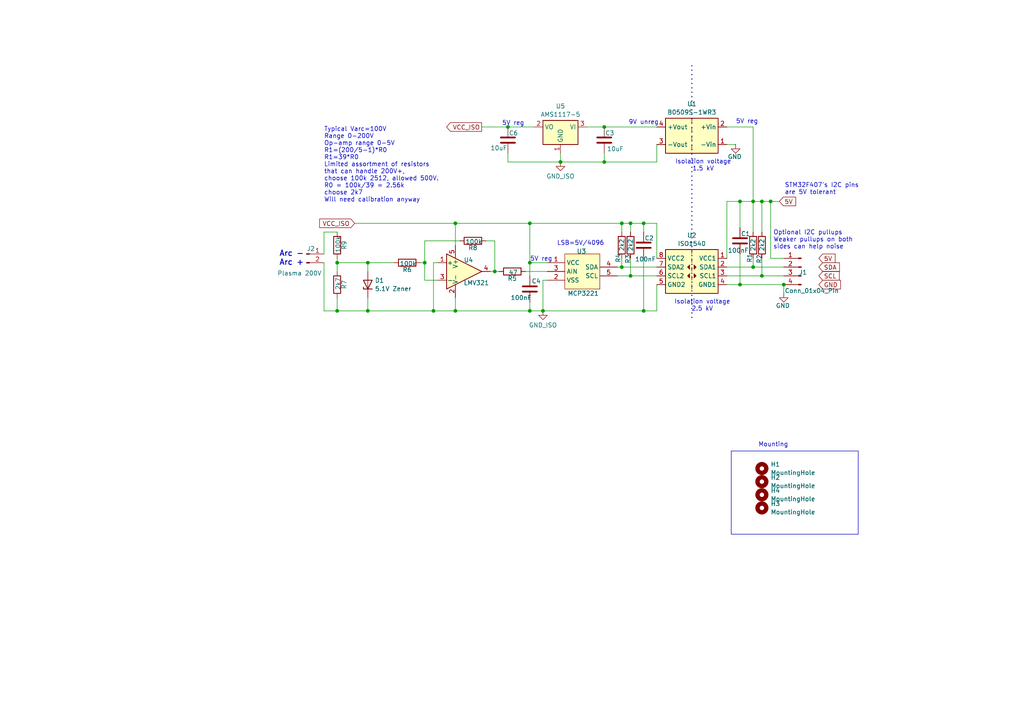
<source format=kicad_sch>
(kicad_sch
	(version 20231120)
	(generator "eeschema")
	(generator_version "8.0")
	(uuid "2f7c1153-70ce-434d-b080-3c6aade9d7b3")
	(paper "A4")
	(lib_symbols
		(symbol "Amplifier_Operational:LMV321"
			(pin_names
				(offset 0.127)
			)
			(exclude_from_sim no)
			(in_bom yes)
			(on_board yes)
			(property "Reference" "U"
				(at 0 5.08 0)
				(effects
					(font
						(size 1.27 1.27)
					)
					(justify left)
				)
			)
			(property "Value" "LMV321"
				(at 0 -5.08 0)
				(effects
					(font
						(size 1.27 1.27)
					)
					(justify left)
				)
			)
			(property "Footprint" ""
				(at 0 0 0)
				(effects
					(font
						(size 1.27 1.27)
					)
					(justify left)
					(hide yes)
				)
			)
			(property "Datasheet" "http://www.ti.com/lit/ds/symlink/lmv324.pdf"
				(at 0 0 0)
				(effects
					(font
						(size 1.27 1.27)
					)
					(hide yes)
				)
			)
			(property "Description" "Low-Voltage Rail-to-Rail Output Operational Amplifiers, SOT-23-5/SC-70-5"
				(at 0 0 0)
				(effects
					(font
						(size 1.27 1.27)
					)
					(hide yes)
				)
			)
			(property "ki_keywords" "single opamp"
				(at 0 0 0)
				(effects
					(font
						(size 1.27 1.27)
					)
					(hide yes)
				)
			)
			(property "ki_fp_filters" "SOT?23* *SC*70*"
				(at 0 0 0)
				(effects
					(font
						(size 1.27 1.27)
					)
					(hide yes)
				)
			)
			(symbol "LMV321_0_1"
				(polyline
					(pts
						(xy -5.08 5.08) (xy 5.08 0) (xy -5.08 -5.08) (xy -5.08 5.08)
					)
					(stroke
						(width 0.254)
						(type default)
					)
					(fill
						(type background)
					)
				)
				(pin power_in line
					(at -2.54 -7.62 90)
					(length 3.81)
					(name "V-"
						(effects
							(font
								(size 1.27 1.27)
							)
						)
					)
					(number "2"
						(effects
							(font
								(size 1.27 1.27)
							)
						)
					)
				)
				(pin power_in line
					(at -2.54 7.62 270)
					(length 3.81)
					(name "V+"
						(effects
							(font
								(size 1.27 1.27)
							)
						)
					)
					(number "5"
						(effects
							(font
								(size 1.27 1.27)
							)
						)
					)
				)
			)
			(symbol "LMV321_1_1"
				(pin input line
					(at -7.62 2.54 0)
					(length 2.54)
					(name "+"
						(effects
							(font
								(size 1.27 1.27)
							)
						)
					)
					(number "1"
						(effects
							(font
								(size 1.27 1.27)
							)
						)
					)
				)
				(pin input line
					(at -7.62 -2.54 0)
					(length 2.54)
					(name "-"
						(effects
							(font
								(size 1.27 1.27)
							)
						)
					)
					(number "3"
						(effects
							(font
								(size 1.27 1.27)
							)
						)
					)
				)
				(pin output line
					(at 7.62 0 180)
					(length 2.54)
					(name "~"
						(effects
							(font
								(size 1.27 1.27)
							)
						)
					)
					(number "4"
						(effects
							(font
								(size 1.27 1.27)
							)
						)
					)
				)
			)
		)
		(symbol "Connector:Conn_01x02_Pin"
			(pin_names
				(offset 1.016) hide)
			(exclude_from_sim no)
			(in_bom yes)
			(on_board yes)
			(property "Reference" "J"
				(at 0 2.54 0)
				(effects
					(font
						(size 1.27 1.27)
					)
				)
			)
			(property "Value" "Conn_01x02_Pin"
				(at 0 -5.08 0)
				(effects
					(font
						(size 1.27 1.27)
					)
				)
			)
			(property "Footprint" ""
				(at 0 0 0)
				(effects
					(font
						(size 1.27 1.27)
					)
					(hide yes)
				)
			)
			(property "Datasheet" "~"
				(at 0 0 0)
				(effects
					(font
						(size 1.27 1.27)
					)
					(hide yes)
				)
			)
			(property "Description" "Generic connector, single row, 01x02, script generated"
				(at 0 0 0)
				(effects
					(font
						(size 1.27 1.27)
					)
					(hide yes)
				)
			)
			(property "ki_locked" ""
				(at 0 0 0)
				(effects
					(font
						(size 1.27 1.27)
					)
				)
			)
			(property "ki_keywords" "connector"
				(at 0 0 0)
				(effects
					(font
						(size 1.27 1.27)
					)
					(hide yes)
				)
			)
			(property "ki_fp_filters" "Connector*:*_1x??_*"
				(at 0 0 0)
				(effects
					(font
						(size 1.27 1.27)
					)
					(hide yes)
				)
			)
			(symbol "Conn_01x02_Pin_1_1"
				(polyline
					(pts
						(xy 1.27 -2.54) (xy 0.8636 -2.54)
					)
					(stroke
						(width 0.1524)
						(type default)
					)
					(fill
						(type none)
					)
				)
				(polyline
					(pts
						(xy 1.27 0) (xy 0.8636 0)
					)
					(stroke
						(width 0.1524)
						(type default)
					)
					(fill
						(type none)
					)
				)
				(rectangle
					(start 0.8636 -2.413)
					(end 0 -2.667)
					(stroke
						(width 0.1524)
						(type default)
					)
					(fill
						(type outline)
					)
				)
				(rectangle
					(start 0.8636 0.127)
					(end 0 -0.127)
					(stroke
						(width 0.1524)
						(type default)
					)
					(fill
						(type outline)
					)
				)
				(pin passive line
					(at 5.08 0 180)
					(length 3.81)
					(name "Pin_1"
						(effects
							(font
								(size 1.27 1.27)
							)
						)
					)
					(number "1"
						(effects
							(font
								(size 1.27 1.27)
							)
						)
					)
				)
				(pin passive line
					(at 5.08 -2.54 180)
					(length 3.81)
					(name "Pin_2"
						(effects
							(font
								(size 1.27 1.27)
							)
						)
					)
					(number "2"
						(effects
							(font
								(size 1.27 1.27)
							)
						)
					)
				)
			)
		)
		(symbol "Connector:Conn_01x04_Pin"
			(pin_names
				(offset 1.016) hide)
			(exclude_from_sim no)
			(in_bom yes)
			(on_board yes)
			(property "Reference" "J"
				(at 0 5.08 0)
				(effects
					(font
						(size 1.27 1.27)
					)
				)
			)
			(property "Value" "Conn_01x04_Pin"
				(at 0 -7.62 0)
				(effects
					(font
						(size 1.27 1.27)
					)
				)
			)
			(property "Footprint" ""
				(at 0 0 0)
				(effects
					(font
						(size 1.27 1.27)
					)
					(hide yes)
				)
			)
			(property "Datasheet" "~"
				(at 0 0 0)
				(effects
					(font
						(size 1.27 1.27)
					)
					(hide yes)
				)
			)
			(property "Description" "Generic connector, single row, 01x04, script generated"
				(at 0 0 0)
				(effects
					(font
						(size 1.27 1.27)
					)
					(hide yes)
				)
			)
			(property "ki_locked" ""
				(at 0 0 0)
				(effects
					(font
						(size 1.27 1.27)
					)
				)
			)
			(property "ki_keywords" "connector"
				(at 0 0 0)
				(effects
					(font
						(size 1.27 1.27)
					)
					(hide yes)
				)
			)
			(property "ki_fp_filters" "Connector*:*_1x??_*"
				(at 0 0 0)
				(effects
					(font
						(size 1.27 1.27)
					)
					(hide yes)
				)
			)
			(symbol "Conn_01x04_Pin_1_1"
				(polyline
					(pts
						(xy 1.27 -5.08) (xy 0.8636 -5.08)
					)
					(stroke
						(width 0.1524)
						(type default)
					)
					(fill
						(type none)
					)
				)
				(polyline
					(pts
						(xy 1.27 -2.54) (xy 0.8636 -2.54)
					)
					(stroke
						(width 0.1524)
						(type default)
					)
					(fill
						(type none)
					)
				)
				(polyline
					(pts
						(xy 1.27 0) (xy 0.8636 0)
					)
					(stroke
						(width 0.1524)
						(type default)
					)
					(fill
						(type none)
					)
				)
				(polyline
					(pts
						(xy 1.27 2.54) (xy 0.8636 2.54)
					)
					(stroke
						(width 0.1524)
						(type default)
					)
					(fill
						(type none)
					)
				)
				(rectangle
					(start 0.8636 -4.953)
					(end 0 -5.207)
					(stroke
						(width 0.1524)
						(type default)
					)
					(fill
						(type outline)
					)
				)
				(rectangle
					(start 0.8636 -2.413)
					(end 0 -2.667)
					(stroke
						(width 0.1524)
						(type default)
					)
					(fill
						(type outline)
					)
				)
				(rectangle
					(start 0.8636 0.127)
					(end 0 -0.127)
					(stroke
						(width 0.1524)
						(type default)
					)
					(fill
						(type outline)
					)
				)
				(rectangle
					(start 0.8636 2.667)
					(end 0 2.413)
					(stroke
						(width 0.1524)
						(type default)
					)
					(fill
						(type outline)
					)
				)
				(pin passive line
					(at 5.08 2.54 180)
					(length 3.81)
					(name "Pin_1"
						(effects
							(font
								(size 1.27 1.27)
							)
						)
					)
					(number "1"
						(effects
							(font
								(size 1.27 1.27)
							)
						)
					)
				)
				(pin passive line
					(at 5.08 0 180)
					(length 3.81)
					(name "Pin_2"
						(effects
							(font
								(size 1.27 1.27)
							)
						)
					)
					(number "2"
						(effects
							(font
								(size 1.27 1.27)
							)
						)
					)
				)
				(pin passive line
					(at 5.08 -2.54 180)
					(length 3.81)
					(name "Pin_3"
						(effects
							(font
								(size 1.27 1.27)
							)
						)
					)
					(number "3"
						(effects
							(font
								(size 1.27 1.27)
							)
						)
					)
				)
				(pin passive line
					(at 5.08 -5.08 180)
					(length 3.81)
					(name "Pin_4"
						(effects
							(font
								(size 1.27 1.27)
							)
						)
					)
					(number "4"
						(effects
							(font
								(size 1.27 1.27)
							)
						)
					)
				)
			)
		)
		(symbol "Converter_DCDC:TEA1-0505"
			(exclude_from_sim no)
			(in_bom yes)
			(on_board yes)
			(property "Reference" "U"
				(at -7.62 6.35 0)
				(effects
					(font
						(size 1.27 1.27)
					)
					(justify left)
				)
			)
			(property "Value" "TEA1-0505"
				(at -2.54 6.35 0)
				(effects
					(font
						(size 1.27 1.27)
					)
					(justify left)
				)
			)
			(property "Footprint" "Converter_DCDC:Converter_DCDC_TRACO_TEA1-xxxx_THT"
				(at 0 -8.89 0)
				(effects
					(font
						(size 1.27 1.27)
					)
					(hide yes)
				)
			)
			(property "Datasheet" "https://www.tracopower.com/products/tea1.pdf"
				(at 0 -6.35 0)
				(effects
					(font
						(size 1.27 1.27)
					)
					(hide yes)
				)
			)
			(property "Description" "1W DC/DC converter unregulated, 4.5-5.5V input, 5V output voltage, 200mA output, 1.5kVDC isolation, SIP-4"
				(at 0 0 0)
				(effects
					(font
						(size 1.27 1.27)
					)
					(hide yes)
				)
			)
			(property "ki_keywords" "Traco isolated isolation dc-dc converter not-regulated non-regulated single 1W"
				(at 0 0 0)
				(effects
					(font
						(size 1.27 1.27)
					)
					(hide yes)
				)
			)
			(property "ki_fp_filters" "Converter*DCDC*TRACO*TEA1*THT*"
				(at 0 0 0)
				(effects
					(font
						(size 1.27 1.27)
					)
					(hide yes)
				)
			)
			(symbol "TEA1-0505_0_0"
				(pin power_in line
					(at -10.16 -2.54 0)
					(length 2.54)
					(name "-Vin"
						(effects
							(font
								(size 1.27 1.27)
							)
						)
					)
					(number "1"
						(effects
							(font
								(size 1.27 1.27)
							)
						)
					)
				)
				(pin power_in line
					(at -10.16 2.54 0)
					(length 2.54)
					(name "+Vin"
						(effects
							(font
								(size 1.27 1.27)
							)
						)
					)
					(number "2"
						(effects
							(font
								(size 1.27 1.27)
							)
						)
					)
				)
				(pin power_out line
					(at 10.16 -2.54 180)
					(length 2.54)
					(name "-Vout"
						(effects
							(font
								(size 1.27 1.27)
							)
						)
					)
					(number "3"
						(effects
							(font
								(size 1.27 1.27)
							)
						)
					)
				)
				(pin power_out line
					(at 10.16 2.54 180)
					(length 2.54)
					(name "+Vout"
						(effects
							(font
								(size 1.27 1.27)
							)
						)
					)
					(number "4"
						(effects
							(font
								(size 1.27 1.27)
							)
						)
					)
				)
			)
			(symbol "TEA1-0505_0_1"
				(rectangle
					(start -7.62 5.08)
					(end 7.62 -5.08)
					(stroke
						(width 0.254)
						(type default)
					)
					(fill
						(type background)
					)
				)
				(polyline
					(pts
						(xy 0 -2.54) (xy 0 -3.81)
					)
					(stroke
						(width 0)
						(type default)
					)
					(fill
						(type none)
					)
				)
				(polyline
					(pts
						(xy 0 0) (xy 0 -1.27)
					)
					(stroke
						(width 0)
						(type default)
					)
					(fill
						(type none)
					)
				)
				(polyline
					(pts
						(xy 0 2.54) (xy 0 1.27)
					)
					(stroke
						(width 0)
						(type default)
					)
					(fill
						(type none)
					)
				)
				(polyline
					(pts
						(xy 0 5.08) (xy 0 3.81)
					)
					(stroke
						(width 0)
						(type default)
					)
					(fill
						(type none)
					)
				)
			)
		)
		(symbol "Device:C"
			(pin_numbers hide)
			(pin_names
				(offset 0.254)
			)
			(exclude_from_sim no)
			(in_bom yes)
			(on_board yes)
			(property "Reference" "C"
				(at 0.635 2.54 0)
				(effects
					(font
						(size 1.27 1.27)
					)
					(justify left)
				)
			)
			(property "Value" "C"
				(at 0.635 -2.54 0)
				(effects
					(font
						(size 1.27 1.27)
					)
					(justify left)
				)
			)
			(property "Footprint" ""
				(at 0.9652 -3.81 0)
				(effects
					(font
						(size 1.27 1.27)
					)
					(hide yes)
				)
			)
			(property "Datasheet" "~"
				(at 0 0 0)
				(effects
					(font
						(size 1.27 1.27)
					)
					(hide yes)
				)
			)
			(property "Description" "Unpolarized capacitor"
				(at 0 0 0)
				(effects
					(font
						(size 1.27 1.27)
					)
					(hide yes)
				)
			)
			(property "ki_keywords" "cap capacitor"
				(at 0 0 0)
				(effects
					(font
						(size 1.27 1.27)
					)
					(hide yes)
				)
			)
			(property "ki_fp_filters" "C_*"
				(at 0 0 0)
				(effects
					(font
						(size 1.27 1.27)
					)
					(hide yes)
				)
			)
			(symbol "C_0_1"
				(polyline
					(pts
						(xy -2.032 -0.762) (xy 2.032 -0.762)
					)
					(stroke
						(width 0.508)
						(type default)
					)
					(fill
						(type none)
					)
				)
				(polyline
					(pts
						(xy -2.032 0.762) (xy 2.032 0.762)
					)
					(stroke
						(width 0.508)
						(type default)
					)
					(fill
						(type none)
					)
				)
			)
			(symbol "C_1_1"
				(pin passive line
					(at 0 3.81 270)
					(length 2.794)
					(name "~"
						(effects
							(font
								(size 1.27 1.27)
							)
						)
					)
					(number "1"
						(effects
							(font
								(size 1.27 1.27)
							)
						)
					)
				)
				(pin passive line
					(at 0 -3.81 90)
					(length 2.794)
					(name "~"
						(effects
							(font
								(size 1.27 1.27)
							)
						)
					)
					(number "2"
						(effects
							(font
								(size 1.27 1.27)
							)
						)
					)
				)
			)
		)
		(symbol "Device:D_Zener"
			(pin_numbers hide)
			(pin_names
				(offset 1.016) hide)
			(exclude_from_sim no)
			(in_bom yes)
			(on_board yes)
			(property "Reference" "D"
				(at 0 2.54 0)
				(effects
					(font
						(size 1.27 1.27)
					)
				)
			)
			(property "Value" "D_Zener"
				(at 0 -2.54 0)
				(effects
					(font
						(size 1.27 1.27)
					)
				)
			)
			(property "Footprint" ""
				(at 0 0 0)
				(effects
					(font
						(size 1.27 1.27)
					)
					(hide yes)
				)
			)
			(property "Datasheet" "~"
				(at 0 0 0)
				(effects
					(font
						(size 1.27 1.27)
					)
					(hide yes)
				)
			)
			(property "Description" "Zener diode"
				(at 0 0 0)
				(effects
					(font
						(size 1.27 1.27)
					)
					(hide yes)
				)
			)
			(property "ki_keywords" "diode"
				(at 0 0 0)
				(effects
					(font
						(size 1.27 1.27)
					)
					(hide yes)
				)
			)
			(property "ki_fp_filters" "TO-???* *_Diode_* *SingleDiode* D_*"
				(at 0 0 0)
				(effects
					(font
						(size 1.27 1.27)
					)
					(hide yes)
				)
			)
			(symbol "D_Zener_0_1"
				(polyline
					(pts
						(xy 1.27 0) (xy -1.27 0)
					)
					(stroke
						(width 0)
						(type default)
					)
					(fill
						(type none)
					)
				)
				(polyline
					(pts
						(xy -1.27 -1.27) (xy -1.27 1.27) (xy -0.762 1.27)
					)
					(stroke
						(width 0.254)
						(type default)
					)
					(fill
						(type none)
					)
				)
				(polyline
					(pts
						(xy 1.27 -1.27) (xy 1.27 1.27) (xy -1.27 0) (xy 1.27 -1.27)
					)
					(stroke
						(width 0.254)
						(type default)
					)
					(fill
						(type none)
					)
				)
			)
			(symbol "D_Zener_1_1"
				(pin passive line
					(at -3.81 0 0)
					(length 2.54)
					(name "K"
						(effects
							(font
								(size 1.27 1.27)
							)
						)
					)
					(number "1"
						(effects
							(font
								(size 1.27 1.27)
							)
						)
					)
				)
				(pin passive line
					(at 3.81 0 180)
					(length 2.54)
					(name "A"
						(effects
							(font
								(size 1.27 1.27)
							)
						)
					)
					(number "2"
						(effects
							(font
								(size 1.27 1.27)
							)
						)
					)
				)
			)
		)
		(symbol "Device:R"
			(pin_numbers hide)
			(pin_names
				(offset 0)
			)
			(exclude_from_sim no)
			(in_bom yes)
			(on_board yes)
			(property "Reference" "R"
				(at 2.032 0 90)
				(effects
					(font
						(size 1.27 1.27)
					)
				)
			)
			(property "Value" "R"
				(at 0 0 90)
				(effects
					(font
						(size 1.27 1.27)
					)
				)
			)
			(property "Footprint" ""
				(at -1.778 0 90)
				(effects
					(font
						(size 1.27 1.27)
					)
					(hide yes)
				)
			)
			(property "Datasheet" "~"
				(at 0 0 0)
				(effects
					(font
						(size 1.27 1.27)
					)
					(hide yes)
				)
			)
			(property "Description" "Resistor"
				(at 0 0 0)
				(effects
					(font
						(size 1.27 1.27)
					)
					(hide yes)
				)
			)
			(property "ki_keywords" "R res resistor"
				(at 0 0 0)
				(effects
					(font
						(size 1.27 1.27)
					)
					(hide yes)
				)
			)
			(property "ki_fp_filters" "R_*"
				(at 0 0 0)
				(effects
					(font
						(size 1.27 1.27)
					)
					(hide yes)
				)
			)
			(symbol "R_0_1"
				(rectangle
					(start -1.016 -2.54)
					(end 1.016 2.54)
					(stroke
						(width 0.254)
						(type default)
					)
					(fill
						(type none)
					)
				)
			)
			(symbol "R_1_1"
				(pin passive line
					(at 0 3.81 270)
					(length 1.27)
					(name "~"
						(effects
							(font
								(size 1.27 1.27)
							)
						)
					)
					(number "1"
						(effects
							(font
								(size 1.27 1.27)
							)
						)
					)
				)
				(pin passive line
					(at 0 -3.81 90)
					(length 1.27)
					(name "~"
						(effects
							(font
								(size 1.27 1.27)
							)
						)
					)
					(number "2"
						(effects
							(font
								(size 1.27 1.27)
							)
						)
					)
				)
			)
		)
		(symbol "HakansLibrary:MCP3221"
			(exclude_from_sim no)
			(in_bom yes)
			(on_board yes)
			(property "Reference" "U"
				(at 0 0 0)
				(effects
					(font
						(size 1.27 1.27)
					)
				)
			)
			(property "Value" "MCP3221"
				(at 0.254 -6.096 0)
				(effects
					(font
						(size 1.27 1.27)
					)
				)
			)
			(property "Footprint" ""
				(at 0 0 0)
				(effects
					(font
						(size 1.27 1.27)
					)
					(hide yes)
				)
			)
			(property "Datasheet" ""
				(at 0 0 0)
				(effects
					(font
						(size 1.27 1.27)
					)
					(hide yes)
				)
			)
			(property "Description" ""
				(at 0 0 0)
				(effects
					(font
						(size 1.27 1.27)
					)
					(hide yes)
				)
			)
			(symbol "MCP3221_1_1"
				(rectangle
					(start -5.08 5.08)
					(end 5.08 -5.08)
					(stroke
						(width 0)
						(type default)
					)
					(fill
						(type background)
					)
				)
				(pin input line
					(at -10.16 2.54 0)
					(length 5.08)
					(name "VCC"
						(effects
							(font
								(size 1.27 1.27)
							)
						)
					)
					(number "1"
						(effects
							(font
								(size 1.27 1.27)
							)
						)
					)
				)
				(pin input line
					(at -10.16 -2.54 0)
					(length 5.08)
					(name "VSS"
						(effects
							(font
								(size 1.27 1.27)
							)
						)
					)
					(number "2"
						(effects
							(font
								(size 1.27 1.27)
							)
						)
					)
				)
				(pin input line
					(at -10.16 0 0)
					(length 5.08)
					(name "AIN"
						(effects
							(font
								(size 1.27 1.27)
							)
						)
					)
					(number "3"
						(effects
							(font
								(size 1.27 1.27)
							)
						)
					)
				)
				(pin bidirectional line
					(at 10.16 1.27 180)
					(length 5.08)
					(name "SDA"
						(effects
							(font
								(size 1.27 1.27)
							)
						)
					)
					(number "4"
						(effects
							(font
								(size 1.27 1.27)
							)
						)
					)
				)
				(pin input line
					(at 10.16 -1.27 180)
					(length 5.08)
					(name "SCL"
						(effects
							(font
								(size 1.27 1.27)
							)
						)
					)
					(number "5"
						(effects
							(font
								(size 1.27 1.27)
							)
						)
					)
				)
			)
		)
		(symbol "Isolator:ISO1540"
			(exclude_from_sim no)
			(in_bom yes)
			(on_board yes)
			(property "Reference" "U"
				(at -6.35 6.35 0)
				(effects
					(font
						(size 1.27 1.27)
					)
				)
			)
			(property "Value" "ISO1540"
				(at 3.81 6.35 0)
				(effects
					(font
						(size 1.27 1.27)
					)
				)
			)
			(property "Footprint" "Package_SO:SOIC-8_3.9x4.9mm_P1.27mm"
				(at 0 -8.89 0)
				(effects
					(font
						(size 1.27 1.27)
					)
					(hide yes)
				)
			)
			(property "Datasheet" "http://www.ti.com/lit/ds/symlink/iso1541.pdf"
				(at 0 1.27 0)
				(effects
					(font
						(size 1.27 1.27)
					)
					(hide yes)
				)
			)
			(property "Description" "I2C Isolator, 2.5 kVrms, Bidirectional clock and data, SOIC-8"
				(at 0 0 0)
				(effects
					(font
						(size 1.27 1.27)
					)
					(hide yes)
				)
			)
			(property "ki_keywords" "digital isolator i2c"
				(at 0 0 0)
				(effects
					(font
						(size 1.27 1.27)
					)
					(hide yes)
				)
			)
			(property "ki_fp_filters" "SOIC*3.9x4.9mm*P1.27mm*"
				(at 0 0 0)
				(effects
					(font
						(size 1.27 1.27)
					)
					(hide yes)
				)
			)
			(symbol "ISO1540_0_1"
				(rectangle
					(start -7.62 5.08)
					(end 7.62 -7.62)
					(stroke
						(width 0.254)
						(type default)
					)
					(fill
						(type background)
					)
				)
				(rectangle
					(start 0 -5.08)
					(end 0 -6.35)
					(stroke
						(width 0)
						(type default)
					)
					(fill
						(type none)
					)
				)
				(polyline
					(pts
						(xy 0 -2.54) (xy 0 -3.81)
					)
					(stroke
						(width 0)
						(type default)
					)
					(fill
						(type none)
					)
				)
				(polyline
					(pts
						(xy 0 0) (xy 0 -1.27)
					)
					(stroke
						(width 0)
						(type default)
					)
					(fill
						(type none)
					)
				)
				(polyline
					(pts
						(xy 0 2.54) (xy 0 1.27)
					)
					(stroke
						(width 0)
						(type default)
					)
					(fill
						(type none)
					)
				)
				(polyline
					(pts
						(xy 0 5.08) (xy 0 3.81)
					)
					(stroke
						(width 0)
						(type default)
					)
					(fill
						(type none)
					)
				)
				(polyline
					(pts
						(xy -0.635 0.635) (xy -1.27 0) (xy -0.635 -0.635) (xy -0.635 0.635)
					)
					(stroke
						(width 0)
						(type default)
					)
					(fill
						(type outline)
					)
				)
				(polyline
					(pts
						(xy 0.635 -1.905) (xy 1.27 -2.54) (xy 0.635 -3.175) (xy 0.635 -1.905)
					)
					(stroke
						(width 0)
						(type default)
					)
					(fill
						(type outline)
					)
				)
				(polyline
					(pts
						(xy 0.635 0.635) (xy 1.27 0) (xy 0.635 -0.635) (xy 0.635 0.635)
					)
					(stroke
						(width 0)
						(type default)
					)
					(fill
						(type outline)
					)
				)
			)
			(symbol "ISO1540_1_1"
				(polyline
					(pts
						(xy -0.635 -1.905) (xy -1.27 -2.54) (xy -0.635 -3.175) (xy -0.635 -1.905)
					)
					(stroke
						(width 0)
						(type default)
					)
					(fill
						(type outline)
					)
				)
				(pin power_in line
					(at -10.16 2.54 0)
					(length 2.54)
					(name "VCC1"
						(effects
							(font
								(size 1.27 1.27)
							)
						)
					)
					(number "1"
						(effects
							(font
								(size 1.27 1.27)
							)
						)
					)
				)
				(pin bidirectional line
					(at -10.16 0 0)
					(length 2.54)
					(name "SDA1"
						(effects
							(font
								(size 1.27 1.27)
							)
						)
					)
					(number "2"
						(effects
							(font
								(size 1.27 1.27)
							)
						)
					)
				)
				(pin bidirectional line
					(at -10.16 -2.54 0)
					(length 2.54)
					(name "SCL1"
						(effects
							(font
								(size 1.27 1.27)
							)
						)
					)
					(number "3"
						(effects
							(font
								(size 1.27 1.27)
							)
						)
					)
				)
				(pin power_in line
					(at -10.16 -5.08 0)
					(length 2.54)
					(name "GND1"
						(effects
							(font
								(size 1.27 1.27)
							)
						)
					)
					(number "4"
						(effects
							(font
								(size 1.27 1.27)
							)
						)
					)
				)
				(pin power_in line
					(at 10.16 -5.08 180)
					(length 2.54)
					(name "GND2"
						(effects
							(font
								(size 1.27 1.27)
							)
						)
					)
					(number "5"
						(effects
							(font
								(size 1.27 1.27)
							)
						)
					)
				)
				(pin bidirectional line
					(at 10.16 -2.54 180)
					(length 2.54)
					(name "SCL2"
						(effects
							(font
								(size 1.27 1.27)
							)
						)
					)
					(number "6"
						(effects
							(font
								(size 1.27 1.27)
							)
						)
					)
				)
				(pin bidirectional line
					(at 10.16 0 180)
					(length 2.54)
					(name "SDA2"
						(effects
							(font
								(size 1.27 1.27)
							)
						)
					)
					(number "7"
						(effects
							(font
								(size 1.27 1.27)
							)
						)
					)
				)
				(pin power_in line
					(at 10.16 2.54 180)
					(length 2.54)
					(name "VCC2"
						(effects
							(font
								(size 1.27 1.27)
							)
						)
					)
					(number "8"
						(effects
							(font
								(size 1.27 1.27)
							)
						)
					)
				)
			)
		)
		(symbol "Mechanical:MountingHole"
			(pin_names
				(offset 1.016)
			)
			(exclude_from_sim yes)
			(in_bom no)
			(on_board yes)
			(property "Reference" "H"
				(at 0 5.08 0)
				(effects
					(font
						(size 1.27 1.27)
					)
				)
			)
			(property "Value" "MountingHole"
				(at 0 3.175 0)
				(effects
					(font
						(size 1.27 1.27)
					)
				)
			)
			(property "Footprint" ""
				(at 0 0 0)
				(effects
					(font
						(size 1.27 1.27)
					)
					(hide yes)
				)
			)
			(property "Datasheet" "~"
				(at 0 0 0)
				(effects
					(font
						(size 1.27 1.27)
					)
					(hide yes)
				)
			)
			(property "Description" "Mounting Hole without connection"
				(at 0 0 0)
				(effects
					(font
						(size 1.27 1.27)
					)
					(hide yes)
				)
			)
			(property "ki_keywords" "mounting hole"
				(at 0 0 0)
				(effects
					(font
						(size 1.27 1.27)
					)
					(hide yes)
				)
			)
			(property "ki_fp_filters" "MountingHole*"
				(at 0 0 0)
				(effects
					(font
						(size 1.27 1.27)
					)
					(hide yes)
				)
			)
			(symbol "MountingHole_0_1"
				(circle
					(center 0 0)
					(radius 1.27)
					(stroke
						(width 1.27)
						(type default)
					)
					(fill
						(type none)
					)
				)
			)
		)
		(symbol "Regulator_Linear:AMS1117-3.3"
			(exclude_from_sim no)
			(in_bom yes)
			(on_board yes)
			(property "Reference" "U"
				(at -3.81 3.175 0)
				(effects
					(font
						(size 1.27 1.27)
					)
				)
			)
			(property "Value" "AMS1117-3.3"
				(at 0 3.175 0)
				(effects
					(font
						(size 1.27 1.27)
					)
					(justify left)
				)
			)
			(property "Footprint" "Package_TO_SOT_SMD:SOT-223-3_TabPin2"
				(at 0 5.08 0)
				(effects
					(font
						(size 1.27 1.27)
					)
					(hide yes)
				)
			)
			(property "Datasheet" "http://www.advanced-monolithic.com/pdf/ds1117.pdf"
				(at 2.54 -6.35 0)
				(effects
					(font
						(size 1.27 1.27)
					)
					(hide yes)
				)
			)
			(property "Description" "1A Low Dropout regulator, positive, 3.3V fixed output, SOT-223"
				(at 0 0 0)
				(effects
					(font
						(size 1.27 1.27)
					)
					(hide yes)
				)
			)
			(property "ki_keywords" "linear regulator ldo fixed positive"
				(at 0 0 0)
				(effects
					(font
						(size 1.27 1.27)
					)
					(hide yes)
				)
			)
			(property "ki_fp_filters" "SOT?223*TabPin2*"
				(at 0 0 0)
				(effects
					(font
						(size 1.27 1.27)
					)
					(hide yes)
				)
			)
			(symbol "AMS1117-3.3_0_1"
				(rectangle
					(start -5.08 -5.08)
					(end 5.08 1.905)
					(stroke
						(width 0.254)
						(type default)
					)
					(fill
						(type background)
					)
				)
			)
			(symbol "AMS1117-3.3_1_1"
				(pin power_in line
					(at 0 -7.62 90)
					(length 2.54)
					(name "GND"
						(effects
							(font
								(size 1.27 1.27)
							)
						)
					)
					(number "1"
						(effects
							(font
								(size 1.27 1.27)
							)
						)
					)
				)
				(pin power_out line
					(at 7.62 0 180)
					(length 2.54)
					(name "VO"
						(effects
							(font
								(size 1.27 1.27)
							)
						)
					)
					(number "2"
						(effects
							(font
								(size 1.27 1.27)
							)
						)
					)
				)
				(pin power_in line
					(at -7.62 0 0)
					(length 2.54)
					(name "VI"
						(effects
							(font
								(size 1.27 1.27)
							)
						)
					)
					(number "3"
						(effects
							(font
								(size 1.27 1.27)
							)
						)
					)
				)
			)
		)
		(symbol "power:GND"
			(power)
			(pin_numbers hide)
			(pin_names
				(offset 0) hide)
			(exclude_from_sim no)
			(in_bom yes)
			(on_board yes)
			(property "Reference" "#PWR"
				(at 0 -6.35 0)
				(effects
					(font
						(size 1.27 1.27)
					)
					(hide yes)
				)
			)
			(property "Value" "GND"
				(at 0 -3.81 0)
				(effects
					(font
						(size 1.27 1.27)
					)
				)
			)
			(property "Footprint" ""
				(at 0 0 0)
				(effects
					(font
						(size 1.27 1.27)
					)
					(hide yes)
				)
			)
			(property "Datasheet" ""
				(at 0 0 0)
				(effects
					(font
						(size 1.27 1.27)
					)
					(hide yes)
				)
			)
			(property "Description" "Power symbol creates a global label with name \"GND\" , ground"
				(at 0 0 0)
				(effects
					(font
						(size 1.27 1.27)
					)
					(hide yes)
				)
			)
			(property "ki_keywords" "global power"
				(at 0 0 0)
				(effects
					(font
						(size 1.27 1.27)
					)
					(hide yes)
				)
			)
			(symbol "GND_0_1"
				(polyline
					(pts
						(xy 0 0) (xy 0 -1.27) (xy 1.27 -1.27) (xy 0 -2.54) (xy -1.27 -1.27) (xy 0 -1.27)
					)
					(stroke
						(width 0)
						(type default)
					)
					(fill
						(type none)
					)
				)
			)
			(symbol "GND_1_1"
				(pin power_in line
					(at 0 0 270)
					(length 0)
					(name "~"
						(effects
							(font
								(size 1.27 1.27)
							)
						)
					)
					(number "1"
						(effects
							(font
								(size 1.27 1.27)
							)
						)
					)
				)
			)
		)
		(symbol "power:GND1"
			(power)
			(pin_numbers hide)
			(pin_names
				(offset 0) hide)
			(exclude_from_sim no)
			(in_bom yes)
			(on_board yes)
			(property "Reference" "#PWR"
				(at 0 -6.35 0)
				(effects
					(font
						(size 1.27 1.27)
					)
					(hide yes)
				)
			)
			(property "Value" "GND1"
				(at 0 -3.81 0)
				(effects
					(font
						(size 1.27 1.27)
					)
				)
			)
			(property "Footprint" ""
				(at 0 0 0)
				(effects
					(font
						(size 1.27 1.27)
					)
					(hide yes)
				)
			)
			(property "Datasheet" ""
				(at 0 0 0)
				(effects
					(font
						(size 1.27 1.27)
					)
					(hide yes)
				)
			)
			(property "Description" "Power symbol creates a global label with name \"GND1\" , ground"
				(at 0 0 0)
				(effects
					(font
						(size 1.27 1.27)
					)
					(hide yes)
				)
			)
			(property "ki_keywords" "global power"
				(at 0 0 0)
				(effects
					(font
						(size 1.27 1.27)
					)
					(hide yes)
				)
			)
			(symbol "GND1_0_1"
				(polyline
					(pts
						(xy 0 0) (xy 0 -1.27) (xy 1.27 -1.27) (xy 0 -2.54) (xy -1.27 -1.27) (xy 0 -1.27)
					)
					(stroke
						(width 0)
						(type default)
					)
					(fill
						(type none)
					)
				)
			)
			(symbol "GND1_1_1"
				(pin power_in line
					(at 0 0 270)
					(length 0)
					(name "~"
						(effects
							(font
								(size 1.27 1.27)
							)
						)
					)
					(number "1"
						(effects
							(font
								(size 1.27 1.27)
							)
						)
					)
				)
			)
		)
	)
	(junction
		(at 175.26 36.83)
		(diameter 0)
		(color 0 0 0 0)
		(uuid "04605b74-d893-413d-977b-45295784f62e")
	)
	(junction
		(at 175.26 46.99)
		(diameter 0)
		(color 0 0 0 0)
		(uuid "15b3247d-2f54-4572-9e75-28c11daee088")
	)
	(junction
		(at 157.48 90.17)
		(diameter 0)
		(color 0 0 0 0)
		(uuid "2a5dc2b2-c88d-41cb-baca-a15f06f06989")
	)
	(junction
		(at 227.33 82.55)
		(diameter 0)
		(color 0 0 0 0)
		(uuid "2d20c1d8-3df6-45ff-ae82-bd6296bae15f")
	)
	(junction
		(at 220.98 80.01)
		(diameter 0)
		(color 0 0 0 0)
		(uuid "3cd964a1-8cb0-4839-9edf-cb6173da55fb")
	)
	(junction
		(at 147.32 36.83)
		(diameter 0)
		(color 0 0 0 0)
		(uuid "407eddcb-930d-4c52-94b4-96f8b9a0896e")
	)
	(junction
		(at 186.69 90.17)
		(diameter 0)
		(color 0 0 0 0)
		(uuid "478de721-a729-492f-a034-60e62ecafa5b")
	)
	(junction
		(at 153.67 76.2)
		(diameter 0)
		(color 0 0 0 0)
		(uuid "5d865157-b536-414e-85ba-d55931a97768")
	)
	(junction
		(at 223.52 58.42)
		(diameter 0)
		(color 0 0 0 0)
		(uuid "6146eb5b-4eaf-46fe-9ccf-af1fb2894c71")
	)
	(junction
		(at 106.68 76.2)
		(diameter 0)
		(color 0 0 0 0)
		(uuid "62aa0ebc-62e5-4b5d-917f-a61367433302")
	)
	(junction
		(at 153.67 64.77)
		(diameter 0)
		(color 0 0 0 0)
		(uuid "64d32385-d896-4224-878f-0895fe5bef82")
	)
	(junction
		(at 220.98 58.42)
		(diameter 0)
		(color 0 0 0 0)
		(uuid "67fa200a-9a93-4a73-8028-e2ca69a459bb")
	)
	(junction
		(at 180.34 64.77)
		(diameter 0)
		(color 0 0 0 0)
		(uuid "6b13d4e1-e458-458c-b92e-5494a9ad5475")
	)
	(junction
		(at 153.67 90.17)
		(diameter 0)
		(color 0 0 0 0)
		(uuid "6bb5b76f-9e74-43a0-bcac-eb6673a6959b")
	)
	(junction
		(at 218.44 77.47)
		(diameter 0)
		(color 0 0 0 0)
		(uuid "81d4d80b-1124-4d85-906f-bd69011f1b77")
	)
	(junction
		(at 132.08 90.17)
		(diameter 0)
		(color 0 0 0 0)
		(uuid "871999c9-3542-4ed6-8dd4-09d6a9ef3287")
	)
	(junction
		(at 125.73 90.17)
		(diameter 0)
		(color 0 0 0 0)
		(uuid "8ad3b0f3-225a-4169-aec5-e16dcc24a2d9")
	)
	(junction
		(at 218.44 58.42)
		(diameter 0)
		(color 0 0 0 0)
		(uuid "9376b68a-6106-47f1-8d08-7af6479c8aa3")
	)
	(junction
		(at 214.63 82.55)
		(diameter 0)
		(color 0 0 0 0)
		(uuid "a392d238-016c-4fd2-8c9a-f3ea0888fc82")
	)
	(junction
		(at 182.88 64.77)
		(diameter 0)
		(color 0 0 0 0)
		(uuid "ab77a82e-4a3c-4cbe-9fde-27ceb6592ce7")
	)
	(junction
		(at 106.68 90.17)
		(diameter 0)
		(color 0 0 0 0)
		(uuid "badd3660-8d81-45e6-b4bd-e4186971f637")
	)
	(junction
		(at 182.88 80.01)
		(diameter 0)
		(color 0 0 0 0)
		(uuid "cc6f631d-4186-44e8-b807-06054766e0ff")
	)
	(junction
		(at 132.08 64.77)
		(diameter 0)
		(color 0 0 0 0)
		(uuid "ce1c7b79-cecf-49fe-bc77-d82f1357a293")
	)
	(junction
		(at 180.34 77.47)
		(diameter 0)
		(color 0 0 0 0)
		(uuid "db555c89-f8ee-45e7-9435-a98651416527")
	)
	(junction
		(at 214.63 58.42)
		(diameter 0)
		(color 0 0 0 0)
		(uuid "e23b9bb4-8ec6-44af-8578-dc1a4b7a9e28")
	)
	(junction
		(at 123.19 76.2)
		(diameter 0)
		(color 0 0 0 0)
		(uuid "e71f59df-5cdb-401c-8b05-7696463b5086")
	)
	(junction
		(at 186.69 64.77)
		(diameter 0)
		(color 0 0 0 0)
		(uuid "e8f6982d-ac50-48e7-804f-6735d5b94613")
	)
	(junction
		(at 97.79 90.17)
		(diameter 0)
		(color 0 0 0 0)
		(uuid "ebc5ada9-939c-4560-b159-e838e6eaff05")
	)
	(junction
		(at 162.56 46.99)
		(diameter 0)
		(color 0 0 0 0)
		(uuid "f1f56f34-fe19-41f2-b10f-181e1ec234b6")
	)
	(junction
		(at 143.51 78.74)
		(diameter 0)
		(color 0 0 0 0)
		(uuid "f9da25f0-a671-4c6a-9aad-1bbcf70b0dc0")
	)
	(junction
		(at 97.79 76.2)
		(diameter 0)
		(color 0 0 0 0)
		(uuid "fccf4d7e-0052-45db-98ff-219930806e68")
	)
	(wire
		(pts
			(xy 220.98 58.42) (xy 223.52 58.42)
		)
		(stroke
			(width 0)
			(type default)
		)
		(uuid "00bf0d46-f3f7-4fd6-b156-6383c917f0eb")
	)
	(wire
		(pts
			(xy 210.82 58.42) (xy 210.82 74.93)
		)
		(stroke
			(width 0)
			(type default)
		)
		(uuid "04a96b7f-5442-49e0-b5d2-0fae8bd07c6a")
	)
	(wire
		(pts
			(xy 93.98 67.31) (xy 93.98 73.66)
		)
		(stroke
			(width 0)
			(type default)
		)
		(uuid "04c7f815-b533-4b03-ad83-4e79ecc9cec1")
	)
	(wire
		(pts
			(xy 186.69 64.77) (xy 182.88 64.77)
		)
		(stroke
			(width 0)
			(type default)
		)
		(uuid "0718b523-238b-4f86-839a-9d6f36ef5aed")
	)
	(wire
		(pts
			(xy 218.44 58.42) (xy 220.98 58.42)
		)
		(stroke
			(width 0)
			(type default)
		)
		(uuid "09025718-cdf8-4b20-875f-c26848952154")
	)
	(wire
		(pts
			(xy 179.07 77.47) (xy 180.34 77.47)
		)
		(stroke
			(width 0)
			(type default)
		)
		(uuid "0ad8f9d8-6665-46d6-8bb4-dc8b4fded95f")
	)
	(wire
		(pts
			(xy 142.24 78.74) (xy 143.51 78.74)
		)
		(stroke
			(width 0)
			(type default)
		)
		(uuid "0bad3a7f-81b5-40b9-9992-9166b2f02d19")
	)
	(wire
		(pts
			(xy 214.63 58.42) (xy 218.44 58.42)
		)
		(stroke
			(width 0)
			(type default)
		)
		(uuid "0cf662b6-b112-4771-bae7-1b94c0e1e18c")
	)
	(wire
		(pts
			(xy 97.79 74.93) (xy 97.79 76.2)
		)
		(stroke
			(width 0)
			(type default)
		)
		(uuid "0d29298e-c05d-49de-a4b5-04bee0bbadde")
	)
	(wire
		(pts
			(xy 152.4 78.74) (xy 158.75 78.74)
		)
		(stroke
			(width 0)
			(type default)
		)
		(uuid "0d8fdc85-676d-4db3-a782-6fa85e9c036a")
	)
	(wire
		(pts
			(xy 157.48 81.28) (xy 158.75 81.28)
		)
		(stroke
			(width 0)
			(type default)
		)
		(uuid "1031fec9-9862-48bc-92e7-7d8c1498c431")
	)
	(wire
		(pts
			(xy 132.08 64.77) (xy 132.08 71.12)
		)
		(stroke
			(width 0)
			(type default)
		)
		(uuid "124e1ce0-48ce-49d8-af31-8fc44320842b")
	)
	(wire
		(pts
			(xy 190.5 74.93) (xy 190.5 64.77)
		)
		(stroke
			(width 0)
			(type default)
		)
		(uuid "141f3430-85f8-4c9b-b1a8-ea20bba08a63")
	)
	(wire
		(pts
			(xy 182.88 80.01) (xy 190.5 80.01)
		)
		(stroke
			(width 0)
			(type default)
		)
		(uuid "15723503-8017-4785-a1ba-30ca3637f707")
	)
	(wire
		(pts
			(xy 157.48 90.17) (xy 157.48 81.28)
		)
		(stroke
			(width 0)
			(type default)
		)
		(uuid "1a804da2-ca1c-4dbd-861d-29de27802a2a")
	)
	(wire
		(pts
			(xy 170.18 36.83) (xy 175.26 36.83)
		)
		(stroke
			(width 0)
			(type default)
		)
		(uuid "1b048bfb-2553-42da-b88b-466255b05eb6")
	)
	(wire
		(pts
			(xy 210.82 82.55) (xy 214.63 82.55)
		)
		(stroke
			(width 0)
			(type default)
		)
		(uuid "1d76de51-f4ce-44b3-b57d-d82f4578ee87")
	)
	(wire
		(pts
			(xy 220.98 80.01) (xy 227.33 80.01)
		)
		(stroke
			(width 0)
			(type default)
		)
		(uuid "200c2660-9d66-4aa3-b57a-7b26e7fe3d10")
	)
	(wire
		(pts
			(xy 182.88 64.77) (xy 180.34 64.77)
		)
		(stroke
			(width 0)
			(type default)
		)
		(uuid "2241f008-de09-41c1-8c7a-d4c5763bb372")
	)
	(wire
		(pts
			(xy 143.51 78.74) (xy 144.78 78.74)
		)
		(stroke
			(width 0)
			(type default)
		)
		(uuid "2251e94f-d52c-4644-94e5-0a214b20971d")
	)
	(wire
		(pts
			(xy 220.98 74.93) (xy 220.98 80.01)
		)
		(stroke
			(width 0)
			(type default)
		)
		(uuid "2318ac23-8171-4338-b8da-ca125c15121d")
	)
	(wire
		(pts
			(xy 218.44 77.47) (xy 227.33 77.47)
		)
		(stroke
			(width 0)
			(type default)
		)
		(uuid "238d4306-02a5-4edb-859d-9c8fd465dd04")
	)
	(wire
		(pts
			(xy 182.88 74.93) (xy 182.88 80.01)
		)
		(stroke
			(width 0)
			(type default)
		)
		(uuid "291e8213-91a5-4eb4-8182-bd0dbf9155f0")
	)
	(wire
		(pts
			(xy 214.63 73.66) (xy 214.63 82.55)
		)
		(stroke
			(width 0)
			(type default)
		)
		(uuid "2aa7fe18-28e3-4f95-a6f3-3e568537a7c8")
	)
	(wire
		(pts
			(xy 210.82 77.47) (xy 218.44 77.47)
		)
		(stroke
			(width 0)
			(type default)
		)
		(uuid "2acfa6a0-5e20-4a61-bb9d-d5c97bd108b6")
	)
	(wire
		(pts
			(xy 123.19 76.2) (xy 123.19 81.28)
		)
		(stroke
			(width 0)
			(type default)
		)
		(uuid "382d19e5-91b2-4158-aadf-da102369e7c4")
	)
	(wire
		(pts
			(xy 153.67 76.2) (xy 153.67 80.01)
		)
		(stroke
			(width 0)
			(type default)
		)
		(uuid "38739a94-0e9d-4f59-b313-6e983cb3767f")
	)
	(wire
		(pts
			(xy 147.32 36.83) (xy 154.94 36.83)
		)
		(stroke
			(width 0)
			(type default)
		)
		(uuid "3a33b688-a321-4cce-81b9-08b18bd99b5f")
	)
	(wire
		(pts
			(xy 186.69 90.17) (xy 157.48 90.17)
		)
		(stroke
			(width 0)
			(type default)
		)
		(uuid "3aa71ef1-6c01-425a-906b-3b9a8691de4b")
	)
	(wire
		(pts
			(xy 186.69 64.77) (xy 186.69 67.31)
		)
		(stroke
			(width 0)
			(type default)
		)
		(uuid "40bd774c-af3f-4198-aff0-c853fed1eeae")
	)
	(bus
		(pts
			(xy 200.66 19.05) (xy 200.66 92.71)
		)
		(stroke
			(width 0)
			(type dot)
		)
		(uuid "44ddcc29-0be9-4644-9f3b-67ffb146b30a")
	)
	(wire
		(pts
			(xy 153.67 64.77) (xy 180.34 64.77)
		)
		(stroke
			(width 0)
			(type default)
		)
		(uuid "4a13c183-0052-4698-86d3-ca6589e80b75")
	)
	(wire
		(pts
			(xy 214.63 82.55) (xy 227.33 82.55)
		)
		(stroke
			(width 0)
			(type default)
		)
		(uuid "4bf40b62-ab9d-45e2-b45f-4235c2daf038")
	)
	(wire
		(pts
			(xy 133.35 69.85) (xy 123.19 69.85)
		)
		(stroke
			(width 0)
			(type default)
		)
		(uuid "52956bd6-b48d-4d9c-847e-03db1eef0f24")
	)
	(wire
		(pts
			(xy 190.5 90.17) (xy 186.69 90.17)
		)
		(stroke
			(width 0)
			(type default)
		)
		(uuid "57a7f881-f1df-42de-bcec-41ba25ee26ec")
	)
	(wire
		(pts
			(xy 97.79 86.36) (xy 97.79 90.17)
		)
		(stroke
			(width 0)
			(type default)
		)
		(uuid "59b5f737-ed8e-4f82-825f-abd5237f52e3")
	)
	(wire
		(pts
			(xy 143.51 69.85) (xy 143.51 78.74)
		)
		(stroke
			(width 0)
			(type default)
		)
		(uuid "5d760051-6eb9-4221-8985-9523f0af7538")
	)
	(wire
		(pts
			(xy 218.44 74.93) (xy 218.44 77.47)
		)
		(stroke
			(width 0)
			(type default)
		)
		(uuid "62c715c0-4509-4327-848e-32b372cfc69f")
	)
	(wire
		(pts
			(xy 102.87 64.77) (xy 132.08 64.77)
		)
		(stroke
			(width 0)
			(type default)
		)
		(uuid "67b79817-d1da-4d67-8e7f-743d47cc2d81")
	)
	(wire
		(pts
			(xy 218.44 58.42) (xy 218.44 67.31)
		)
		(stroke
			(width 0)
			(type default)
		)
		(uuid "69a95c70-b3d6-45fa-8b88-56752205a976")
	)
	(wire
		(pts
			(xy 125.73 90.17) (xy 132.08 90.17)
		)
		(stroke
			(width 0)
			(type default)
		)
		(uuid "6b56ea11-350b-432a-9697-8ee86d05d57d")
	)
	(wire
		(pts
			(xy 182.88 64.77) (xy 182.88 67.31)
		)
		(stroke
			(width 0)
			(type default)
		)
		(uuid "6c591d3d-58e5-4f48-b17d-7d7918520110")
	)
	(wire
		(pts
			(xy 106.68 86.36) (xy 106.68 90.17)
		)
		(stroke
			(width 0)
			(type default)
		)
		(uuid "6df4a673-c4a5-46c3-ab6a-5c1bf302d07f")
	)
	(wire
		(pts
			(xy 125.73 76.2) (xy 125.73 90.17)
		)
		(stroke
			(width 0)
			(type default)
		)
		(uuid "720645a2-b8b7-4860-98c1-79bdb26284ec")
	)
	(wire
		(pts
			(xy 97.79 78.74) (xy 97.79 76.2)
		)
		(stroke
			(width 0)
			(type default)
		)
		(uuid "7337ca15-d7d1-4898-b2a7-6916e1b9f721")
	)
	(wire
		(pts
			(xy 139.7 36.83) (xy 147.32 36.83)
		)
		(stroke
			(width 0)
			(type default)
		)
		(uuid "75474e26-c620-4772-b953-5064337d4031")
	)
	(wire
		(pts
			(xy 210.82 36.83) (xy 218.44 36.83)
		)
		(stroke
			(width 0)
			(type default)
		)
		(uuid "75a5b8ae-465f-4346-aa82-63a5fa50062d")
	)
	(wire
		(pts
			(xy 180.34 77.47) (xy 190.5 77.47)
		)
		(stroke
			(width 0)
			(type default)
		)
		(uuid "77113c7b-dfed-4fc8-8770-313dfd6223ed")
	)
	(wire
		(pts
			(xy 190.5 64.77) (xy 186.69 64.77)
		)
		(stroke
			(width 0)
			(type default)
		)
		(uuid "78163b8a-cb00-41ed-8225-8b97ac258998")
	)
	(wire
		(pts
			(xy 158.75 76.2) (xy 153.67 76.2)
		)
		(stroke
			(width 0)
			(type default)
		)
		(uuid "83e07234-6f1b-4793-9ebb-08b49dc4759c")
	)
	(wire
		(pts
			(xy 97.79 90.17) (xy 106.68 90.17)
		)
		(stroke
			(width 0)
			(type default)
		)
		(uuid "83e5105a-8a72-4eff-a844-4b38aac7d2d7")
	)
	(wire
		(pts
			(xy 106.68 76.2) (xy 114.3 76.2)
		)
		(stroke
			(width 0)
			(type default)
		)
		(uuid "871f38f3-d012-432b-b481-e0da2d04526d")
	)
	(wire
		(pts
			(xy 214.63 58.42) (xy 214.63 66.04)
		)
		(stroke
			(width 0)
			(type default)
		)
		(uuid "87756b85-41ea-448f-ada9-31547d4a4eec")
	)
	(wire
		(pts
			(xy 180.34 74.93) (xy 180.34 77.47)
		)
		(stroke
			(width 0)
			(type default)
		)
		(uuid "8d9f5bea-25c0-4ff5-a9d1-1f1b8390173c")
	)
	(wire
		(pts
			(xy 147.32 44.45) (xy 147.32 46.99)
		)
		(stroke
			(width 0)
			(type default)
		)
		(uuid "8e4aeada-b70a-4184-9287-7c0bdabe3fac")
	)
	(wire
		(pts
			(xy 140.97 69.85) (xy 143.51 69.85)
		)
		(stroke
			(width 0)
			(type default)
		)
		(uuid "9c4285fe-b667-435b-aaad-26cf666812b0")
	)
	(wire
		(pts
			(xy 106.68 90.17) (xy 125.73 90.17)
		)
		(stroke
			(width 0)
			(type default)
		)
		(uuid "9e6069c6-8cb8-4dfe-92ea-16825a1552fe")
	)
	(wire
		(pts
			(xy 179.07 80.01) (xy 182.88 80.01)
		)
		(stroke
			(width 0)
			(type default)
		)
		(uuid "a293ed7c-e483-49c3-8542-c7a9df3b1f2c")
	)
	(wire
		(pts
			(xy 132.08 90.17) (xy 153.67 90.17)
		)
		(stroke
			(width 0)
			(type default)
		)
		(uuid "a5cff2f3-32a5-484b-aa42-37b32a1c9377")
	)
	(wire
		(pts
			(xy 175.26 44.45) (xy 175.26 46.99)
		)
		(stroke
			(width 0)
			(type default)
		)
		(uuid "a7d128dd-19cc-4a7e-b81a-dee9367fa8e9")
	)
	(wire
		(pts
			(xy 226.06 58.42) (xy 223.52 58.42)
		)
		(stroke
			(width 0)
			(type default)
		)
		(uuid "ad6cb1aa-241a-41d8-a92a-03a8eab4caf6")
	)
	(wire
		(pts
			(xy 190.5 46.99) (xy 175.26 46.99)
		)
		(stroke
			(width 0)
			(type default)
		)
		(uuid "b3018633-0bd5-48db-9966-f35fc0734264")
	)
	(wire
		(pts
			(xy 210.82 41.91) (xy 213.36 41.91)
		)
		(stroke
			(width 0)
			(type default)
		)
		(uuid "b4e85dce-0a8a-4beb-8d33-baff46ced852")
	)
	(wire
		(pts
			(xy 153.67 87.63) (xy 153.67 90.17)
		)
		(stroke
			(width 0)
			(type default)
		)
		(uuid "b5d3cdbf-5a3b-432b-8d8e-300cdcf1a5f0")
	)
	(wire
		(pts
			(xy 186.69 74.93) (xy 186.69 90.17)
		)
		(stroke
			(width 0)
			(type default)
		)
		(uuid "b731768f-a821-4220-afd5-18d189895b54")
	)
	(wire
		(pts
			(xy 223.52 58.42) (xy 223.52 74.93)
		)
		(stroke
			(width 0)
			(type default)
		)
		(uuid "bb151a40-58d3-4ef6-b808-5691ef6978c8")
	)
	(wire
		(pts
			(xy 175.26 46.99) (xy 162.56 46.99)
		)
		(stroke
			(width 0)
			(type default)
		)
		(uuid "bfdbd828-5484-4d7b-a78f-f3b8d6720fb6")
	)
	(wire
		(pts
			(xy 218.44 36.83) (xy 218.44 58.42)
		)
		(stroke
			(width 0)
			(type default)
		)
		(uuid "c2c12216-dc77-4f00-bd89-696b18043c76")
	)
	(wire
		(pts
			(xy 190.5 41.91) (xy 190.5 46.99)
		)
		(stroke
			(width 0)
			(type default)
		)
		(uuid "c327c239-87ad-4559-9c48-87a204fcf799")
	)
	(wire
		(pts
			(xy 190.5 82.55) (xy 190.5 90.17)
		)
		(stroke
			(width 0)
			(type default)
		)
		(uuid "c5ffefb7-19c5-4a5e-89c7-b68fe2801aa0")
	)
	(wire
		(pts
			(xy 210.82 80.01) (xy 220.98 80.01)
		)
		(stroke
			(width 0)
			(type default)
		)
		(uuid "c8a5174b-8b3e-484d-836a-61f646df7b18")
	)
	(wire
		(pts
			(xy 153.67 64.77) (xy 153.67 76.2)
		)
		(stroke
			(width 0)
			(type default)
		)
		(uuid "ce502e81-b136-4cfc-86ea-2bed70484273")
	)
	(wire
		(pts
			(xy 125.73 76.2) (xy 127 76.2)
		)
		(stroke
			(width 0)
			(type default)
		)
		(uuid "d13e0b2d-3683-4bc6-b626-f2c5b5e3f8e7")
	)
	(wire
		(pts
			(xy 132.08 86.36) (xy 132.08 90.17)
		)
		(stroke
			(width 0)
			(type default)
		)
		(uuid "d7a45c8f-a66d-4e23-9a36-f70803bff1a4")
	)
	(wire
		(pts
			(xy 123.19 69.85) (xy 123.19 76.2)
		)
		(stroke
			(width 0)
			(type default)
		)
		(uuid "d8e2ed18-57cf-465f-850c-cb5a409125ce")
	)
	(wire
		(pts
			(xy 97.79 67.31) (xy 93.98 67.31)
		)
		(stroke
			(width 0)
			(type default)
		)
		(uuid "de61667a-4e33-4506-b301-b7ddb36a1e85")
	)
	(wire
		(pts
			(xy 227.33 85.09) (xy 227.33 82.55)
		)
		(stroke
			(width 0)
			(type default)
		)
		(uuid "e1585f52-4c1a-4457-80ee-231d99fc06be")
	)
	(wire
		(pts
			(xy 175.26 36.83) (xy 190.5 36.83)
		)
		(stroke
			(width 0)
			(type default)
		)
		(uuid "e3e140d6-6a11-4469-8676-b76174d2a2c9")
	)
	(wire
		(pts
			(xy 220.98 58.42) (xy 220.98 67.31)
		)
		(stroke
			(width 0)
			(type default)
		)
		(uuid "e45d032e-ead6-406b-bb66-b2cc87bf4042")
	)
	(wire
		(pts
			(xy 132.08 64.77) (xy 153.67 64.77)
		)
		(stroke
			(width 0)
			(type default)
		)
		(uuid "e5c4487b-710f-4b70-b2de-03e20567b0db")
	)
	(wire
		(pts
			(xy 210.82 58.42) (xy 214.63 58.42)
		)
		(stroke
			(width 0)
			(type default)
		)
		(uuid "e9007d8e-9b81-4df2-8a32-3fab4a8b013c")
	)
	(wire
		(pts
			(xy 162.56 46.99) (xy 162.56 44.45)
		)
		(stroke
			(width 0)
			(type default)
		)
		(uuid "ed143321-7248-4839-b83b-85f00b19be66")
	)
	(wire
		(pts
			(xy 123.19 81.28) (xy 127 81.28)
		)
		(stroke
			(width 0)
			(type default)
		)
		(uuid "ed380d2f-b671-4261-9e69-88ddf8e0b363")
	)
	(wire
		(pts
			(xy 93.98 76.2) (xy 93.98 90.17)
		)
		(stroke
			(width 0)
			(type default)
		)
		(uuid "f06e791e-af9f-47dc-97f9-b8e44d82a5ef")
	)
	(wire
		(pts
			(xy 180.34 64.77) (xy 180.34 67.31)
		)
		(stroke
			(width 0)
			(type default)
		)
		(uuid "f11a2d5c-6cf5-4152-a49d-8ebbcd16ac9c")
	)
	(wire
		(pts
			(xy 121.92 76.2) (xy 123.19 76.2)
		)
		(stroke
			(width 0)
			(type default)
		)
		(uuid "f1c6c0b1-f4f8-4b03-beb3-e4752e6c0a24")
	)
	(wire
		(pts
			(xy 147.32 46.99) (xy 162.56 46.99)
		)
		(stroke
			(width 0)
			(type default)
		)
		(uuid "f1d98b76-d297-4d63-918a-342f48a0c17f")
	)
	(wire
		(pts
			(xy 153.67 90.17) (xy 157.48 90.17)
		)
		(stroke
			(width 0)
			(type default)
		)
		(uuid "f65d4aa7-3a5b-4ff2-8a6a-21c45c96e38c")
	)
	(wire
		(pts
			(xy 93.98 90.17) (xy 97.79 90.17)
		)
		(stroke
			(width 0)
			(type default)
		)
		(uuid "f775de03-3ecc-4335-b5c8-3c26171bc8a9")
	)
	(wire
		(pts
			(xy 223.52 74.93) (xy 227.33 74.93)
		)
		(stroke
			(width 0)
			(type default)
		)
		(uuid "fb228ed4-b314-4529-956d-cbad3f45362a")
	)
	(wire
		(pts
			(xy 106.68 76.2) (xy 106.68 78.74)
		)
		(stroke
			(width 0)
			(type default)
		)
		(uuid "fc596b6e-e9da-4a8d-b45f-6058fc4d8f58")
	)
	(wire
		(pts
			(xy 97.79 76.2) (xy 106.68 76.2)
		)
		(stroke
			(width 0)
			(type default)
		)
		(uuid "fd5c9d4f-79b5-428a-91a6-b8deaf5c5cb0")
	)
	(rectangle
		(start 212.09 130.81)
		(end 248.92 154.94)
		(stroke
			(width 0)
			(type default)
		)
		(fill
			(type none)
		)
		(uuid a9d0f8c2-7075-4e26-83e8-15065199ba8a)
	)
	(text "Mounting"
		(exclude_from_sim no)
		(at 224.282 129.032 0)
		(effects
			(font
				(size 1.27 1.27)
			)
		)
		(uuid "27e903f8-2cda-408a-b35c-af8280e3ce25")
	)
	(text "5V reg"
		(exclude_from_sim no)
		(at 216.662 35.306 0)
		(effects
			(font
				(size 1.27 1.27)
			)
		)
		(uuid "2aa1d0e2-4380-49bd-9a18-a922465fda4d")
	)
	(text "Isolation voltage\n2.5 kV"
		(exclude_from_sim no)
		(at 203.708 88.646 0)
		(effects
			(font
				(size 1.27 1.27)
			)
		)
		(uuid "3e1258dc-6494-437d-ae60-8c94507a214b")
	)
	(text "5V reg"
		(exclude_from_sim no)
		(at 156.972 75.184 0)
		(effects
			(font
				(size 1.27 1.27)
			)
		)
		(uuid "43850d09-f04b-413e-bfce-8a67da266b05")
	)
	(text "STM32F407's I2C pins\nare 5V tolerant"
		(exclude_from_sim no)
		(at 227.584 53.086 0)
		(effects
			(font
				(size 1.27 1.27)
			)
			(justify left top)
		)
		(uuid "62a2efc3-374f-4b51-9a93-c953521d8ed6")
	)
	(text "9V unreg"
		(exclude_from_sim no)
		(at 186.69 35.56 0)
		(effects
			(font
				(size 1.27 1.27)
			)
		)
		(uuid "68b879cd-2d22-4920-8107-66cb1715df90")
	)
	(text "LSB=5V/4096"
		(exclude_from_sim no)
		(at 168.402 70.612 0)
		(effects
			(font
				(size 1.27 1.27)
			)
		)
		(uuid "7162745f-75d5-42a1-aa5e-b9ed33b3e618")
	)
	(text "Optional I2C pullups\nWeaker pullups on both\nsides can help noise"
		(exclude_from_sim no)
		(at 224.282 69.596 0)
		(effects
			(font
				(size 1.27 1.27)
			)
			(justify left)
		)
		(uuid "9e997127-74c7-414a-a095-3f06e9b4126f")
	)
	(text "Isolation voltage\n1.5 kV"
		(exclude_from_sim no)
		(at 203.962 48.006 0)
		(effects
			(font
				(size 1.27 1.27)
			)
		)
		(uuid "afe04660-4483-408e-a1a3-1e64c4fed515")
	)
	(text "5V reg"
		(exclude_from_sim no)
		(at 148.844 35.814 0)
		(effects
			(font
				(size 1.27 1.27)
			)
		)
		(uuid "df56f7ac-826c-40a4-abc7-ebd3b2b28cb4")
	)
	(text "Typical Varc=100V\nRange 0-200V\nOp-amp range 0-5V\nR1=(200/5-1)*R0\nR1=39*R0\nLimited assortment of resistors \nthat can handle 200V+,\nchoose 100k 2512, allowed 500V.\nR0 = 100k/39 = 2.56k\nchoose 2k7\nWill need calibration anyway"
		(exclude_from_sim no)
		(at 93.98 36.83 0)
		(effects
			(font
				(size 1.27 1.27)
			)
			(justify left top)
		)
		(uuid "ea58bc70-4f6e-4531-a3dc-85a4585c9265")
	)
	(text "Arc -\nArc +"
		(exclude_from_sim no)
		(at 84.582 74.93 0)
		(effects
			(font
				(size 1.6 1.6)
				(thickness 0.254)
				(bold yes)
			)
		)
		(uuid "f77ab407-d9e6-4e2c-9735-d20bb664c1e5")
	)
	(global_label "GND"
		(shape input)
		(at 237.49 82.55 0)
		(fields_autoplaced yes)
		(effects
			(font
				(size 1.27 1.27)
			)
			(justify left)
		)
		(uuid "18b0985f-161a-403c-adab-8c8e64f6476b")
		(property "Intersheetrefs" "${INTERSHEET_REFS}"
			(at 244.3457 82.55 0)
			(effects
				(font
					(size 1.27 1.27)
				)
				(justify left)
				(hide yes)
			)
		)
	)
	(global_label "SCL"
		(shape input)
		(at 237.49 80.01 0)
		(fields_autoplaced yes)
		(effects
			(font
				(size 1.27 1.27)
			)
			(justify left)
		)
		(uuid "30a9a305-2e92-462e-987a-003aaab78e80")
		(property "Intersheetrefs" "${INTERSHEET_REFS}"
			(at 243.9828 80.01 0)
			(effects
				(font
					(size 1.27 1.27)
				)
				(justify left)
				(hide yes)
			)
		)
	)
	(global_label "SDA"
		(shape input)
		(at 237.49 77.47 0)
		(fields_autoplaced yes)
		(effects
			(font
				(size 1.27 1.27)
			)
			(justify left)
		)
		(uuid "4d0589a6-36fb-4f9c-afd7-e9bdcbdb8534")
		(property "Intersheetrefs" "${INTERSHEET_REFS}"
			(at 244.0433 77.47 0)
			(effects
				(font
					(size 1.27 1.27)
				)
				(justify left)
				(hide yes)
			)
		)
	)
	(global_label "5V"
		(shape input)
		(at 226.06 58.42 0)
		(fields_autoplaced yes)
		(effects
			(font
				(size 1.27 1.27)
			)
			(justify left)
		)
		(uuid "997d89e5-22a5-47b1-9786-7f3624f1c31b")
		(property "Intersheetrefs" "${INTERSHEET_REFS}"
			(at 231.3433 58.42 0)
			(effects
				(font
					(size 1.27 1.27)
				)
				(justify left)
				(hide yes)
			)
		)
	)
	(global_label "VCC_ISO"
		(shape output)
		(at 139.7 36.83 180)
		(fields_autoplaced yes)
		(effects
			(font
				(size 1.27 1.27)
			)
			(justify right)
		)
		(uuid "e151551c-6d9c-47d7-81f7-a5b1f5744481")
		(property "Intersheetrefs" "${INTERSHEET_REFS}"
			(at 128.9738 36.83 0)
			(effects
				(font
					(size 1.27 1.27)
				)
				(justify right)
				(hide yes)
			)
		)
	)
	(global_label "VCC_ISO"
		(shape input)
		(at 102.87 64.77 180)
		(fields_autoplaced yes)
		(effects
			(font
				(size 1.27 1.27)
			)
			(justify right)
		)
		(uuid "f757ffc5-e0e8-4c04-939d-3053bc94e9a7")
		(property "Intersheetrefs" "${INTERSHEET_REFS}"
			(at 92.1438 64.77 0)
			(effects
				(font
					(size 1.27 1.27)
				)
				(justify right)
				(hide yes)
			)
		)
	)
	(global_label "5V"
		(shape input)
		(at 237.49 74.93 0)
		(fields_autoplaced yes)
		(effects
			(font
				(size 1.27 1.27)
			)
			(justify left)
		)
		(uuid "fb8e2564-58d2-4a23-856e-e2a7ebf9cf27")
		(property "Intersheetrefs" "${INTERSHEET_REFS}"
			(at 242.7733 74.93 0)
			(effects
				(font
					(size 1.27 1.27)
				)
				(justify left)
				(hide yes)
			)
		)
	)
	(symbol
		(lib_id "Device:R")
		(at 97.79 82.55 0)
		(unit 1)
		(exclude_from_sim no)
		(in_bom yes)
		(on_board yes)
		(dnp no)
		(uuid "02ac516c-d6bb-4e4f-be87-e81f0fe6e116")
		(property "Reference" "R7"
			(at 99.822 82.55 90)
			(effects
				(font
					(size 1.27 1.27)
				)
			)
		)
		(property "Value" "2k7"
			(at 98.044 82.296 90)
			(effects
				(font
					(size 1.27 1.27)
				)
			)
		)
		(property "Footprint" "Resistor_SMD:R_0805_2012Metric"
			(at 96.012 82.55 90)
			(effects
				(font
					(size 1.27 1.27)
				)
				(hide yes)
			)
		)
		(property "Datasheet" "~"
			(at 97.79 82.55 0)
			(effects
				(font
					(size 1.27 1.27)
				)
				(hide yes)
			)
		)
		(property "Description" "Resistor"
			(at 97.79 82.55 0)
			(effects
				(font
					(size 1.27 1.27)
				)
				(hide yes)
			)
		)
		(pin "2"
			(uuid "154d9bd4-a2d1-48fe-b774-57a36e5a6235")
		)
		(pin "1"
			(uuid "1665b895-39f6-474a-a659-6b79767cd61c")
		)
		(instances
			(project "THCIC"
				(path "/2f7c1153-70ce-434d-b080-3c6aade9d7b3"
					(reference "R7")
					(unit 1)
				)
			)
		)
	)
	(symbol
		(lib_id "Device:R")
		(at 182.88 71.12 0)
		(unit 1)
		(exclude_from_sim no)
		(in_bom yes)
		(on_board yes)
		(dnp no)
		(uuid "057ff8c6-456a-484e-88ad-2b99ea31d376")
		(property "Reference" "R3"
			(at 182.118 76.454 90)
			(effects
				(font
					(size 1.27 1.27)
				)
				(justify left)
			)
		)
		(property "Value" "2k2"
			(at 182.88 72.898 90)
			(effects
				(font
					(size 1.27 1.27)
				)
				(justify left)
			)
		)
		(property "Footprint" "Resistor_SMD:R_0805_2012Metric"
			(at 181.102 71.12 90)
			(effects
				(font
					(size 1.27 1.27)
				)
				(hide yes)
			)
		)
		(property "Datasheet" "~"
			(at 182.88 71.12 0)
			(effects
				(font
					(size 1.27 1.27)
				)
				(hide yes)
			)
		)
		(property "Description" "Resistor"
			(at 182.88 71.12 0)
			(effects
				(font
					(size 1.27 1.27)
				)
				(hide yes)
			)
		)
		(pin "2"
			(uuid "081fe92b-4008-4f0b-89ec-5d89d9255b75")
		)
		(pin "1"
			(uuid "050397d3-d1cf-4234-9d8a-95ec801851aa")
		)
		(instances
			(project "THCIC"
				(path "/2f7c1153-70ce-434d-b080-3c6aade9d7b3"
					(reference "R3")
					(unit 1)
				)
			)
		)
	)
	(symbol
		(lib_id "Mechanical:MountingHole")
		(at 220.98 139.7 0)
		(unit 1)
		(exclude_from_sim yes)
		(in_bom no)
		(on_board yes)
		(dnp no)
		(fields_autoplaced yes)
		(uuid "16840c9c-f009-445b-809d-ad6f9c769100")
		(property "Reference" "H2"
			(at 223.52 138.4878 0)
			(effects
				(font
					(size 1.27 1.27)
				)
				(justify left)
			)
		)
		(property "Value" "MountingHole"
			(at 223.52 140.9121 0)
			(effects
				(font
					(size 1.27 1.27)
				)
				(justify left)
			)
		)
		(property "Footprint" "MountingHole:MountingHole_3.2mm_M3"
			(at 220.98 139.7 0)
			(effects
				(font
					(size 1.27 1.27)
				)
				(hide yes)
			)
		)
		(property "Datasheet" "~"
			(at 220.98 139.7 0)
			(effects
				(font
					(size 1.27 1.27)
				)
				(hide yes)
			)
		)
		(property "Description" "Mounting Hole without connection"
			(at 220.98 139.7 0)
			(effects
				(font
					(size 1.27 1.27)
				)
				(hide yes)
			)
		)
		(instances
			(project "THCIC"
				(path "/2f7c1153-70ce-434d-b080-3c6aade9d7b3"
					(reference "H2")
					(unit 1)
				)
			)
		)
	)
	(symbol
		(lib_id "Device:R")
		(at 220.98 71.12 0)
		(unit 1)
		(exclude_from_sim no)
		(in_bom yes)
		(on_board yes)
		(dnp no)
		(uuid "23ad9541-f63a-4ede-af12-abfc3f5ea9a1")
		(property "Reference" "R2"
			(at 220.218 76.454 90)
			(effects
				(font
					(size 1.27 1.27)
				)
				(justify left)
			)
		)
		(property "Value" "2k2"
			(at 220.98 72.898 90)
			(effects
				(font
					(size 1.27 1.27)
				)
				(justify left)
			)
		)
		(property "Footprint" "Resistor_SMD:R_0805_2012Metric"
			(at 219.202 71.12 90)
			(effects
				(font
					(size 1.27 1.27)
				)
				(hide yes)
			)
		)
		(property "Datasheet" "~"
			(at 220.98 71.12 0)
			(effects
				(font
					(size 1.27 1.27)
				)
				(hide yes)
			)
		)
		(property "Description" "Resistor"
			(at 220.98 71.12 0)
			(effects
				(font
					(size 1.27 1.27)
				)
				(hide yes)
			)
		)
		(pin "2"
			(uuid "e8cb0369-2997-458a-ad18-b8b009a1a19a")
		)
		(pin "1"
			(uuid "6d33b4f1-8eb4-49ed-8d06-dad0d41ab8a2")
		)
		(instances
			(project "THTIC"
				(path "/2f7c1153-70ce-434d-b080-3c6aade9d7b3"
					(reference "R2")
					(unit 1)
				)
			)
		)
	)
	(symbol
		(lib_id "Amplifier_Operational:LMV321")
		(at 134.62 78.74 0)
		(unit 1)
		(exclude_from_sim no)
		(in_bom yes)
		(on_board yes)
		(dnp no)
		(uuid "28c40ad9-5f2d-430c-8b70-b3919ffee934")
		(property "Reference" "U4"
			(at 135.89 75.438 0)
			(effects
				(font
					(size 1.27 1.27)
				)
			)
		)
		(property "Value" "LMV321"
			(at 138.176 82.042 0)
			(effects
				(font
					(size 1.27 1.27)
				)
			)
		)
		(property "Footprint" "Package_TO_SOT_SMD:SOT-23-5"
			(at 134.62 78.74 0)
			(effects
				(font
					(size 1.27 1.27)
				)
				(justify left)
				(hide yes)
			)
		)
		(property "Datasheet" "http://www.ti.com/lit/ds/symlink/lmv324.pdf"
			(at 134.62 78.74 0)
			(effects
				(font
					(size 1.27 1.27)
				)
				(hide yes)
			)
		)
		(property "Description" "Low-Voltage Rail-to-Rail Output Operational Amplifiers, SOT-23-5/SC-70-5"
			(at 134.62 78.74 0)
			(effects
				(font
					(size 1.27 1.27)
				)
				(hide yes)
			)
		)
		(pin "2"
			(uuid "3979621e-a9fb-4d88-ab28-7e6a65e968cc")
		)
		(pin "3"
			(uuid "4edd9f65-b4b1-4763-b515-4805e05f4365")
		)
		(pin "4"
			(uuid "aed5c0a3-aadd-4966-bc80-dc1d02b3bccc")
		)
		(pin "1"
			(uuid "d52b4e19-5438-4715-8db9-8423ad0609d0")
		)
		(pin "5"
			(uuid "2e3a6a3d-ffc0-4318-bd3a-a70681c6d3d0")
		)
		(instances
			(project ""
				(path "/2f7c1153-70ce-434d-b080-3c6aade9d7b3"
					(reference "U4")
					(unit 1)
				)
			)
		)
	)
	(symbol
		(lib_id "power:GND1")
		(at 162.56 46.99 0)
		(unit 1)
		(exclude_from_sim no)
		(in_bom yes)
		(on_board yes)
		(dnp no)
		(fields_autoplaced yes)
		(uuid "2ea6d4e3-297c-48d8-a2ec-a237ed527aef")
		(property "Reference" "#PWR02"
			(at 162.56 53.34 0)
			(effects
				(font
					(size 1.27 1.27)
				)
				(hide yes)
			)
		)
		(property "Value" "GND_ISO"
			(at 162.56 51.1231 0)
			(effects
				(font
					(size 1.27 1.27)
				)
			)
		)
		(property "Footprint" ""
			(at 162.56 46.99 0)
			(effects
				(font
					(size 1.27 1.27)
				)
				(hide yes)
			)
		)
		(property "Datasheet" ""
			(at 162.56 46.99 0)
			(effects
				(font
					(size 1.27 1.27)
				)
				(hide yes)
			)
		)
		(property "Description" "Power symbol creates a global label with name \"GND1\" , ground"
			(at 162.56 46.99 0)
			(effects
				(font
					(size 1.27 1.27)
				)
				(hide yes)
			)
		)
		(pin "1"
			(uuid "5daa011c-faf9-475b-b569-eb1e1fda2ab6")
		)
		(instances
			(project "THCIC"
				(path "/2f7c1153-70ce-434d-b080-3c6aade9d7b3"
					(reference "#PWR02")
					(unit 1)
				)
			)
		)
	)
	(symbol
		(lib_id "power:GND")
		(at 227.33 85.09 0)
		(unit 1)
		(exclude_from_sim no)
		(in_bom yes)
		(on_board yes)
		(dnp no)
		(uuid "3076a3c7-9366-4bf3-b678-0c72e13ee5dd")
		(property "Reference" "#PWR03"
			(at 227.33 91.44 0)
			(effects
				(font
					(size 1.27 1.27)
				)
				(hide yes)
			)
		)
		(property "Value" "GND"
			(at 229.108 88.646 0)
			(effects
				(font
					(size 1.27 1.27)
				)
				(justify right)
			)
		)
		(property "Footprint" ""
			(at 227.33 85.09 0)
			(effects
				(font
					(size 1.27 1.27)
				)
				(hide yes)
			)
		)
		(property "Datasheet" ""
			(at 227.33 85.09 0)
			(effects
				(font
					(size 1.27 1.27)
				)
				(hide yes)
			)
		)
		(property "Description" "Power symbol creates a global label with name \"GND\" , ground"
			(at 227.33 85.09 0)
			(effects
				(font
					(size 1.27 1.27)
				)
				(hide yes)
			)
		)
		(pin "1"
			(uuid "8fdb599f-f30f-4c24-aeb6-0adead4d1d59")
		)
		(instances
			(project ""
				(path "/2f7c1153-70ce-434d-b080-3c6aade9d7b3"
					(reference "#PWR03")
					(unit 1)
				)
			)
		)
	)
	(symbol
		(lib_id "Mechanical:MountingHole")
		(at 220.98 143.51 0)
		(unit 1)
		(exclude_from_sim yes)
		(in_bom no)
		(on_board yes)
		(dnp no)
		(fields_autoplaced yes)
		(uuid "309cf554-7dea-456d-be45-443beb1eb356")
		(property "Reference" "H4"
			(at 223.52 142.2978 0)
			(effects
				(font
					(size 1.27 1.27)
				)
				(justify left)
			)
		)
		(property "Value" "MountingHole"
			(at 223.52 144.7221 0)
			(effects
				(font
					(size 1.27 1.27)
				)
				(justify left)
			)
		)
		(property "Footprint" "MountingHole:MountingHole_3.2mm_M3"
			(at 220.98 143.51 0)
			(effects
				(font
					(size 1.27 1.27)
				)
				(hide yes)
			)
		)
		(property "Datasheet" "~"
			(at 220.98 143.51 0)
			(effects
				(font
					(size 1.27 1.27)
				)
				(hide yes)
			)
		)
		(property "Description" "Mounting Hole without connection"
			(at 220.98 143.51 0)
			(effects
				(font
					(size 1.27 1.27)
				)
				(hide yes)
			)
		)
		(instances
			(project "THCIC"
				(path "/2f7c1153-70ce-434d-b080-3c6aade9d7b3"
					(reference "H4")
					(unit 1)
				)
			)
		)
	)
	(symbol
		(lib_id "Isolator:ISO1540")
		(at 200.66 77.47 0)
		(mirror y)
		(unit 1)
		(exclude_from_sim no)
		(in_bom yes)
		(on_board yes)
		(dnp no)
		(uuid "340849b1-12ac-4491-8830-ab80f1036d26")
		(property "Reference" "U2"
			(at 200.66 68.2455 0)
			(effects
				(font
					(size 1.27 1.27)
				)
			)
		)
		(property "Value" "ISO1540"
			(at 200.66 70.6698 0)
			(effects
				(font
					(size 1.27 1.27)
				)
			)
		)
		(property "Footprint" "Package_SO:SOIC-8_3.9x4.9mm_P1.27mm"
			(at 200.66 86.36 0)
			(effects
				(font
					(size 1.27 1.27)
				)
				(hide yes)
			)
		)
		(property "Datasheet" "http://www.ti.com/lit/ds/symlink/iso1541.pdf"
			(at 200.66 76.2 0)
			(effects
				(font
					(size 1.27 1.27)
				)
				(hide yes)
			)
		)
		(property "Description" "I2C Isolator, 2.5 kVrms, Bidirectional clock and data, SOIC-8"
			(at 200.66 77.47 0)
			(effects
				(font
					(size 1.27 1.27)
				)
				(hide yes)
			)
		)
		(pin "1"
			(uuid "6de55e0f-b7f5-4c48-845f-fe0d71f475da")
		)
		(pin "7"
			(uuid "e6ad3abb-ff63-4766-b099-8d6f4cfe385b")
		)
		(pin "4"
			(uuid "237435af-0f5f-49b0-a16c-80b0dfede6ec")
		)
		(pin "3"
			(uuid "0f3491fd-d6c7-44ea-aae8-ce9348f26f8d")
		)
		(pin "6"
			(uuid "712e8737-2308-47cb-8d58-669bc1dbd336")
		)
		(pin "8"
			(uuid "be336c16-6331-4cef-b103-8c986fc35280")
		)
		(pin "2"
			(uuid "8c4ca42a-c7e8-4473-8c95-1c920621abab")
		)
		(pin "5"
			(uuid "47f64484-3ee5-4b9b-9423-74e0b7929025")
		)
		(instances
			(project ""
				(path "/2f7c1153-70ce-434d-b080-3c6aade9d7b3"
					(reference "U2")
					(unit 1)
				)
			)
		)
	)
	(symbol
		(lib_id "Device:C")
		(at 147.32 40.64 0)
		(unit 1)
		(exclude_from_sim no)
		(in_bom yes)
		(on_board yes)
		(dnp no)
		(uuid "3aef229b-a877-4588-b2cd-7ca6f6749bd8")
		(property "Reference" "C6"
			(at 147.574 38.608 0)
			(effects
				(font
					(size 1.27 1.27)
				)
				(justify left)
			)
		)
		(property "Value" "10uF"
			(at 142.24 42.926 0)
			(effects
				(font
					(size 1.27 1.27)
				)
				(justify left)
			)
		)
		(property "Footprint" "Capacitor_SMD:C_0805_2012Metric"
			(at 148.2852 44.45 0)
			(effects
				(font
					(size 1.27 1.27)
				)
				(hide yes)
			)
		)
		(property "Datasheet" "~"
			(at 147.32 40.64 0)
			(effects
				(font
					(size 1.27 1.27)
				)
				(hide yes)
			)
		)
		(property "Description" "Unpolarized capacitor"
			(at 147.32 40.64 0)
			(effects
				(font
					(size 1.27 1.27)
				)
				(hide yes)
			)
		)
		(pin "1"
			(uuid "389d3f14-45f0-45bc-9708-1bd5e0762c38")
		)
		(pin "2"
			(uuid "85659ce8-5191-4710-a7b5-7ff034f9bb98")
		)
		(instances
			(project "THCIC"
				(path "/2f7c1153-70ce-434d-b080-3c6aade9d7b3"
					(reference "C6")
					(unit 1)
				)
			)
		)
	)
	(symbol
		(lib_id "Device:R")
		(at 137.16 69.85 270)
		(unit 1)
		(exclude_from_sim no)
		(in_bom yes)
		(on_board yes)
		(dnp no)
		(uuid "3eeef80e-59e3-4f84-b3dd-3ec7257bef32")
		(property "Reference" "R8"
			(at 137.16 71.882 90)
			(effects
				(font
					(size 1.27 1.27)
				)
			)
		)
		(property "Value" "100k"
			(at 137.414 70.104 90)
			(effects
				(font
					(size 1.27 1.27)
				)
			)
		)
		(property "Footprint" "Resistor_SMD:R_0805_2012Metric"
			(at 137.16 68.072 90)
			(effects
				(font
					(size 1.27 1.27)
				)
				(hide yes)
			)
		)
		(property "Datasheet" "~"
			(at 137.16 69.85 0)
			(effects
				(font
					(size 1.27 1.27)
				)
				(hide yes)
			)
		)
		(property "Description" "Resistor"
			(at 137.16 69.85 0)
			(effects
				(font
					(size 1.27 1.27)
				)
				(hide yes)
			)
		)
		(pin "2"
			(uuid "47bca991-a619-4fdb-a66a-273771de98c0")
		)
		(pin "1"
			(uuid "46cae2b6-6421-47e1-be4e-fac5b8f71e2b")
		)
		(instances
			(project "THTIC"
				(path "/2f7c1153-70ce-434d-b080-3c6aade9d7b3"
					(reference "R8")
					(unit 1)
				)
			)
		)
	)
	(symbol
		(lib_id "Mechanical:MountingHole")
		(at 220.98 135.89 0)
		(unit 1)
		(exclude_from_sim yes)
		(in_bom no)
		(on_board yes)
		(dnp no)
		(fields_autoplaced yes)
		(uuid "4a92cd42-854d-40b8-94c8-4c25d0aae700")
		(property "Reference" "H1"
			(at 223.52 134.6778 0)
			(effects
				(font
					(size 1.27 1.27)
				)
				(justify left)
			)
		)
		(property "Value" "MountingHole"
			(at 223.52 137.1021 0)
			(effects
				(font
					(size 1.27 1.27)
				)
				(justify left)
			)
		)
		(property "Footprint" "MountingHole:MountingHole_3.2mm_M3"
			(at 220.98 135.89 0)
			(effects
				(font
					(size 1.27 1.27)
				)
				(hide yes)
			)
		)
		(property "Datasheet" "~"
			(at 220.98 135.89 0)
			(effects
				(font
					(size 1.27 1.27)
				)
				(hide yes)
			)
		)
		(property "Description" "Mounting Hole without connection"
			(at 220.98 135.89 0)
			(effects
				(font
					(size 1.27 1.27)
				)
				(hide yes)
			)
		)
		(instances
			(project ""
				(path "/2f7c1153-70ce-434d-b080-3c6aade9d7b3"
					(reference "H1")
					(unit 1)
				)
			)
		)
	)
	(symbol
		(lib_id "Device:R")
		(at 180.34 71.12 0)
		(unit 1)
		(exclude_from_sim no)
		(in_bom yes)
		(on_board yes)
		(dnp no)
		(uuid "4c77c22c-f67e-462a-a9fa-cfdbdbcb0e3f")
		(property "Reference" "R4"
			(at 179.324 76.2 90)
			(effects
				(font
					(size 1.27 1.27)
				)
				(justify left)
			)
		)
		(property "Value" "2k2"
			(at 180.34 72.898 90)
			(effects
				(font
					(size 1.27 1.27)
				)
				(justify left)
			)
		)
		(property "Footprint" "Resistor_SMD:R_0805_2012Metric"
			(at 178.562 71.12 90)
			(effects
				(font
					(size 1.27 1.27)
				)
				(hide yes)
			)
		)
		(property "Datasheet" "~"
			(at 180.34 71.12 0)
			(effects
				(font
					(size 1.27 1.27)
				)
				(hide yes)
			)
		)
		(property "Description" "Resistor"
			(at 180.34 71.12 0)
			(effects
				(font
					(size 1.27 1.27)
				)
				(hide yes)
			)
		)
		(pin "2"
			(uuid "e1d2c8ea-cf96-4fea-b053-171037aaa57a")
		)
		(pin "1"
			(uuid "bc79e27c-f12f-4563-a5ac-4f5ffc550e2e")
		)
		(instances
			(project ""
				(path "/2f7c1153-70ce-434d-b080-3c6aade9d7b3"
					(reference "R4")
					(unit 1)
				)
			)
		)
	)
	(symbol
		(lib_id "Connector:Conn_01x02_Pin")
		(at 88.9 73.66 0)
		(unit 1)
		(exclude_from_sim no)
		(in_bom yes)
		(on_board yes)
		(dnp no)
		(uuid "6165ba60-d4a1-48ac-bb78-c502b51df2eb")
		(property "Reference" "J2"
			(at 90.17 72.136 0)
			(effects
				(font
					(size 1.27 1.27)
				)
			)
		)
		(property "Value" "Plasma 200V"
			(at 86.868 79.248 0)
			(effects
				(font
					(size 1.27 1.27)
				)
			)
		)
		(property "Footprint" "Connector_Phoenix_MC:PhoenixContact_MCV_1,5_2-G-3.5_1x02_P3.50mm_Vertical"
			(at 88.9 73.66 0)
			(effects
				(font
					(size 1.27 1.27)
				)
				(hide yes)
			)
		)
		(property "Datasheet" "~"
			(at 88.9 73.66 0)
			(effects
				(font
					(size 1.27 1.27)
				)
				(hide yes)
			)
		)
		(property "Description" "Generic connector, single row, 01x02, script generated"
			(at 88.9 73.66 0)
			(effects
				(font
					(size 1.27 1.27)
				)
				(hide yes)
			)
		)
		(pin "1"
			(uuid "70384492-3bea-4ca1-96cf-94eed89a177d")
		)
		(pin "2"
			(uuid "25ad3b01-2e84-4859-a4ed-b8cc176185bf")
		)
		(instances
			(project ""
				(path "/2f7c1153-70ce-434d-b080-3c6aade9d7b3"
					(reference "J2")
					(unit 1)
				)
			)
		)
	)
	(symbol
		(lib_id "Device:C")
		(at 214.63 69.85 0)
		(unit 1)
		(exclude_from_sim no)
		(in_bom yes)
		(on_board yes)
		(dnp no)
		(uuid "64b47f85-f67e-4f57-b8ce-a1a774377186")
		(property "Reference" "C1"
			(at 214.884 67.818 0)
			(effects
				(font
					(size 1.27 1.27)
				)
				(justify left)
			)
		)
		(property "Value" "100nF"
			(at 211.074 72.644 0)
			(effects
				(font
					(size 1.27 1.27)
				)
				(justify left)
			)
		)
		(property "Footprint" "Capacitor_SMD:C_0805_2012Metric"
			(at 215.5952 73.66 0)
			(effects
				(font
					(size 1.27 1.27)
				)
				(hide yes)
			)
		)
		(property "Datasheet" "~"
			(at 214.63 69.85 0)
			(effects
				(font
					(size 1.27 1.27)
				)
				(hide yes)
			)
		)
		(property "Description" "Unpolarized capacitor"
			(at 214.63 69.85 0)
			(effects
				(font
					(size 1.27 1.27)
				)
				(hide yes)
			)
		)
		(pin "1"
			(uuid "30fdf9e3-45b0-4f9b-a16c-14ce7bbd3d60")
		)
		(pin "2"
			(uuid "9d42193d-5057-4315-b112-41ba08e471f3")
		)
		(instances
			(project ""
				(path "/2f7c1153-70ce-434d-b080-3c6aade9d7b3"
					(reference "C1")
					(unit 1)
				)
			)
		)
	)
	(symbol
		(lib_id "HakansLibrary:MCP3221")
		(at 168.91 78.74 0)
		(unit 1)
		(exclude_from_sim no)
		(in_bom yes)
		(on_board yes)
		(dnp no)
		(uuid "6bc571fa-cd73-4f0f-9f78-e561331b8ada")
		(property "Reference" "U3"
			(at 168.656 72.898 0)
			(effects
				(font
					(size 1.27 1.27)
				)
			)
		)
		(property "Value" "MCP3221"
			(at 169.164 85.09 0)
			(effects
				(font
					(size 1.27 1.27)
				)
			)
		)
		(property "Footprint" "Package_TO_SOT_SMD:SOT-23-5"
			(at 168.91 78.74 0)
			(effects
				(font
					(size 1.27 1.27)
				)
				(hide yes)
			)
		)
		(property "Datasheet" ""
			(at 168.91 78.74 0)
			(effects
				(font
					(size 1.27 1.27)
				)
				(hide yes)
			)
		)
		(property "Description" ""
			(at 168.91 78.74 0)
			(effects
				(font
					(size 1.27 1.27)
				)
				(hide yes)
			)
		)
		(pin "4"
			(uuid "04c301fa-d604-4a65-b7e8-b0cb6541c350")
		)
		(pin "2"
			(uuid "cd90a4fe-c20f-4f79-9eee-f39e0115f0f5")
		)
		(pin "1"
			(uuid "a41d7dcf-f8f5-46f2-8318-63694bf0911a")
		)
		(pin "3"
			(uuid "02e25f78-245c-4493-a5f9-8e976090bdb2")
		)
		(pin "5"
			(uuid "f80fa1ee-72bd-4067-89b7-21052effdffe")
		)
		(instances
			(project ""
				(path "/2f7c1153-70ce-434d-b080-3c6aade9d7b3"
					(reference "U3")
					(unit 1)
				)
			)
		)
	)
	(symbol
		(lib_id "Mechanical:MountingHole")
		(at 220.98 147.32 0)
		(unit 1)
		(exclude_from_sim yes)
		(in_bom no)
		(on_board yes)
		(dnp no)
		(fields_autoplaced yes)
		(uuid "75680c8b-7d96-4d2b-b7b2-23a19e38eb58")
		(property "Reference" "H3"
			(at 223.52 146.1078 0)
			(effects
				(font
					(size 1.27 1.27)
				)
				(justify left)
			)
		)
		(property "Value" "MountingHole"
			(at 223.52 148.5321 0)
			(effects
				(font
					(size 1.27 1.27)
				)
				(justify left)
			)
		)
		(property "Footprint" "MountingHole:MountingHole_3.2mm_M3"
			(at 220.98 147.32 0)
			(effects
				(font
					(size 1.27 1.27)
				)
				(hide yes)
			)
		)
		(property "Datasheet" "~"
			(at 220.98 147.32 0)
			(effects
				(font
					(size 1.27 1.27)
				)
				(hide yes)
			)
		)
		(property "Description" "Mounting Hole without connection"
			(at 220.98 147.32 0)
			(effects
				(font
					(size 1.27 1.27)
				)
				(hide yes)
			)
		)
		(instances
			(project "THCIC"
				(path "/2f7c1153-70ce-434d-b080-3c6aade9d7b3"
					(reference "H3")
					(unit 1)
				)
			)
		)
	)
	(symbol
		(lib_id "Connector:Conn_01x04_Pin")
		(at 232.41 77.47 0)
		(mirror y)
		(unit 1)
		(exclude_from_sim no)
		(in_bom yes)
		(on_board yes)
		(dnp no)
		(uuid "8a2ec6a4-2fe2-40c6-8ebc-52ebbc801a9c")
		(property "Reference" "J1"
			(at 232.918 78.994 0)
			(effects
				(font
					(size 1.27 1.27)
				)
			)
		)
		(property "Value" "Conn_01x04_Pin"
			(at 235.458 84.328 0)
			(effects
				(font
					(size 1.27 1.27)
				)
			)
		)
		(property "Footprint" "Connector_Phoenix_MC:PhoenixContact_MCV_1,5_4-G-3.5_1x04_P3.50mm_Vertical"
			(at 232.41 77.47 0)
			(effects
				(font
					(size 1.27 1.27)
				)
				(hide yes)
			)
		)
		(property "Datasheet" "~"
			(at 232.41 77.47 0)
			(effects
				(font
					(size 1.27 1.27)
				)
				(hide yes)
			)
		)
		(property "Description" "Generic connector, single row, 01x04, script generated"
			(at 232.41 77.47 0)
			(effects
				(font
					(size 1.27 1.27)
				)
				(hide yes)
			)
		)
		(pin "1"
			(uuid "480d21c7-9784-4b14-93b3-9bcceaac001e")
		)
		(pin "2"
			(uuid "2e0069b4-4282-45aa-8f13-8f645f32ba44")
		)
		(pin "4"
			(uuid "e0bc6687-625a-4c92-9835-69475b5d5d23")
		)
		(pin "3"
			(uuid "3731fcf8-92d2-4535-9fba-2883f70f3283")
		)
		(instances
			(project "THCIC"
				(path "/2f7c1153-70ce-434d-b080-3c6aade9d7b3"
					(reference "J1")
					(unit 1)
				)
			)
		)
	)
	(symbol
		(lib_id "Regulator_Linear:AMS1117-3.3")
		(at 162.56 36.83 0)
		(mirror y)
		(unit 1)
		(exclude_from_sim no)
		(in_bom yes)
		(on_board yes)
		(dnp no)
		(uuid "906a6ffb-d1f3-48fb-85c2-fe6243cfe94d")
		(property "Reference" "U5"
			(at 162.56 30.7805 0)
			(effects
				(font
					(size 1.27 1.27)
				)
			)
		)
		(property "Value" "AMS1117-5"
			(at 162.56 33.2048 0)
			(effects
				(font
					(size 1.27 1.27)
				)
			)
		)
		(property "Footprint" "Package_TO_SOT_SMD:SOT-223-3_TabPin2"
			(at 162.56 31.75 0)
			(effects
				(font
					(size 1.27 1.27)
				)
				(hide yes)
			)
		)
		(property "Datasheet" "http://www.advanced-monolithic.com/pdf/ds1117.pdf"
			(at 160.02 43.18 0)
			(effects
				(font
					(size 1.27 1.27)
				)
				(hide yes)
			)
		)
		(property "Description" "1A Low Dropout regulator, positive, 3.3V fixed output, SOT-223"
			(at 162.56 36.83 0)
			(effects
				(font
					(size 1.27 1.27)
				)
				(hide yes)
			)
		)
		(pin "2"
			(uuid "71fbf9c3-2fb1-479b-be93-37e75462392a")
		)
		(pin "1"
			(uuid "30233598-9f57-4ef9-995e-7606eff264c3")
		)
		(pin "3"
			(uuid "dbb36f92-434a-4fb2-829b-cde6d900adbe")
		)
		(instances
			(project ""
				(path "/2f7c1153-70ce-434d-b080-3c6aade9d7b3"
					(reference "U5")
					(unit 1)
				)
			)
		)
	)
	(symbol
		(lib_id "Device:R")
		(at 218.44 71.12 0)
		(unit 1)
		(exclude_from_sim no)
		(in_bom yes)
		(on_board yes)
		(dnp no)
		(uuid "93214c09-4dfa-47b9-8fd8-e3f15ab2b09c")
		(property "Reference" "R1"
			(at 217.424 76.2 90)
			(effects
				(font
					(size 1.27 1.27)
				)
				(justify left)
			)
		)
		(property "Value" "2k2"
			(at 218.44 72.898 90)
			(effects
				(font
					(size 1.27 1.27)
				)
				(justify left)
			)
		)
		(property "Footprint" "Resistor_SMD:R_0805_2012Metric"
			(at 216.662 71.12 90)
			(effects
				(font
					(size 1.27 1.27)
				)
				(hide yes)
			)
		)
		(property "Datasheet" "~"
			(at 218.44 71.12 0)
			(effects
				(font
					(size 1.27 1.27)
				)
				(hide yes)
			)
		)
		(property "Description" "Resistor"
			(at 218.44 71.12 0)
			(effects
				(font
					(size 1.27 1.27)
				)
				(hide yes)
			)
		)
		(pin "2"
			(uuid "e7dc8207-5922-49d7-bb51-2a3ee710a7c3")
		)
		(pin "1"
			(uuid "3f36c4d9-4cf1-47d5-8e26-60fc19740533")
		)
		(instances
			(project "THTIC"
				(path "/2f7c1153-70ce-434d-b080-3c6aade9d7b3"
					(reference "R1")
					(unit 1)
				)
			)
		)
	)
	(symbol
		(lib_id "Device:C")
		(at 186.69 71.12 0)
		(unit 1)
		(exclude_from_sim no)
		(in_bom yes)
		(on_board yes)
		(dnp no)
		(uuid "9b527f3b-bb9a-49fe-81f8-2887554a0574")
		(property "Reference" "C2"
			(at 186.944 69.088 0)
			(effects
				(font
					(size 1.27 1.27)
				)
				(justify left)
			)
		)
		(property "Value" "100nF"
			(at 184.15 75.184 0)
			(effects
				(font
					(size 1.27 1.27)
				)
				(justify left)
			)
		)
		(property "Footprint" "Capacitor_SMD:C_0805_2012Metric"
			(at 187.6552 74.93 0)
			(effects
				(font
					(size 1.27 1.27)
				)
				(hide yes)
			)
		)
		(property "Datasheet" "~"
			(at 186.69 71.12 0)
			(effects
				(font
					(size 1.27 1.27)
				)
				(hide yes)
			)
		)
		(property "Description" "Unpolarized capacitor"
			(at 186.69 71.12 0)
			(effects
				(font
					(size 1.27 1.27)
				)
				(hide yes)
			)
		)
		(pin "1"
			(uuid "9a3ca68d-9f31-415e-be27-2e43d4416686")
		)
		(pin "2"
			(uuid "56690361-e693-456d-a819-9655e6184b2f")
		)
		(instances
			(project "THCIC"
				(path "/2f7c1153-70ce-434d-b080-3c6aade9d7b3"
					(reference "C2")
					(unit 1)
				)
			)
		)
	)
	(symbol
		(lib_id "Device:R")
		(at 118.11 76.2 270)
		(unit 1)
		(exclude_from_sim no)
		(in_bom yes)
		(on_board yes)
		(dnp no)
		(uuid "ae318317-6ae5-4cb6-81df-8f344b25e27a")
		(property "Reference" "R6"
			(at 118.11 78.232 90)
			(effects
				(font
					(size 1.27 1.27)
				)
			)
		)
		(property "Value" "100k"
			(at 118.364 76.454 90)
			(effects
				(font
					(size 1.27 1.27)
				)
			)
		)
		(property "Footprint" "Resistor_SMD:R_0805_2012Metric"
			(at 118.11 74.422 90)
			(effects
				(font
					(size 1.27 1.27)
				)
				(hide yes)
			)
		)
		(property "Datasheet" "~"
			(at 118.11 76.2 0)
			(effects
				(font
					(size 1.27 1.27)
				)
				(hide yes)
			)
		)
		(property "Description" "Resistor"
			(at 118.11 76.2 0)
			(effects
				(font
					(size 1.27 1.27)
				)
				(hide yes)
			)
		)
		(pin "2"
			(uuid "be045277-a1ee-4092-a271-2ad607f49b29")
		)
		(pin "1"
			(uuid "30cfad49-c134-4fa8-976e-37bae080da73")
		)
		(instances
			(project "THTIC"
				(path "/2f7c1153-70ce-434d-b080-3c6aade9d7b3"
					(reference "R6")
					(unit 1)
				)
			)
		)
	)
	(symbol
		(lib_id "Device:R")
		(at 148.59 78.74 270)
		(unit 1)
		(exclude_from_sim no)
		(in_bom yes)
		(on_board yes)
		(dnp no)
		(uuid "c4928f11-b014-4ae7-89e2-ba0c63a359e4")
		(property "Reference" "R5"
			(at 148.59 80.772 90)
			(effects
				(font
					(size 1.27 1.27)
				)
			)
		)
		(property "Value" "47"
			(at 148.844 78.994 90)
			(effects
				(font
					(size 1.27 1.27)
				)
			)
		)
		(property "Footprint" "Resistor_SMD:R_0805_2012Metric"
			(at 148.59 76.962 90)
			(effects
				(font
					(size 1.27 1.27)
				)
				(hide yes)
			)
		)
		(property "Datasheet" "~"
			(at 148.59 78.74 0)
			(effects
				(font
					(size 1.27 1.27)
				)
				(hide yes)
			)
		)
		(property "Description" "Resistor"
			(at 148.59 78.74 0)
			(effects
				(font
					(size 1.27 1.27)
				)
				(hide yes)
			)
		)
		(pin "2"
			(uuid "a81ff8d1-ede0-44bb-b529-cfafbe60ef01")
		)
		(pin "1"
			(uuid "ad36aaa0-fb79-4e51-aefc-4125af0a0a58")
		)
		(instances
			(project "THCIC"
				(path "/2f7c1153-70ce-434d-b080-3c6aade9d7b3"
					(reference "R5")
					(unit 1)
				)
			)
		)
	)
	(symbol
		(lib_id "Converter_DCDC:TEA1-0505")
		(at 200.66 39.37 0)
		(mirror y)
		(unit 1)
		(exclude_from_sim no)
		(in_bom yes)
		(on_board yes)
		(dnp no)
		(uuid "c8c6ba56-fd6d-48af-91fb-8c6dd480943d")
		(property "Reference" "U1"
			(at 200.66 30.1455 0)
			(effects
				(font
					(size 1.27 1.27)
				)
			)
		)
		(property "Value" "B0509S-1WR3"
			(at 200.66 32.5698 0)
			(effects
				(font
					(size 1.27 1.27)
				)
			)
		)
		(property "Footprint" "Converter_DCDC:Converter_DCDC_TRACO_TEA1-xxxx_THT"
			(at 200.66 48.26 0)
			(effects
				(font
					(size 1.27 1.27)
				)
				(hide yes)
			)
		)
		(property "Datasheet" "https://www.tracopower.com/products/tea1.pdf"
			(at 200.66 45.72 0)
			(effects
				(font
					(size 1.27 1.27)
				)
				(hide yes)
			)
		)
		(property "Description" "1W DC/DC converter unregulated, 4.5-5.5V input, 5V output voltage, 200mA output, 1.5kVDC isolation, SIP-4"
			(at 200.66 39.37 0)
			(effects
				(font
					(size 1.27 1.27)
				)
				(hide yes)
			)
		)
		(pin "3"
			(uuid "3a5b19cc-e02f-419b-9c14-cb299c23d2c0")
		)
		(pin "4"
			(uuid "a094c899-3ff4-4d33-a73b-00e11a0a90b9")
		)
		(pin "1"
			(uuid "95a0c913-39df-4046-acc7-2e28d6996ba6")
		)
		(pin "2"
			(uuid "9657994d-23ec-414f-b0f9-c965638afce1")
		)
		(instances
			(project "THCIC"
				(path "/2f7c1153-70ce-434d-b080-3c6aade9d7b3"
					(reference "U1")
					(unit 1)
				)
			)
		)
	)
	(symbol
		(lib_id "Device:C")
		(at 175.26 40.64 0)
		(unit 1)
		(exclude_from_sim no)
		(in_bom yes)
		(on_board yes)
		(dnp no)
		(uuid "d45beac7-59b3-41cc-a21a-0e88da9320c8")
		(property "Reference" "C3"
			(at 175.514 38.608 0)
			(effects
				(font
					(size 1.27 1.27)
				)
				(justify left)
			)
		)
		(property "Value" "10uF"
			(at 176.022 43.18 0)
			(effects
				(font
					(size 1.27 1.27)
				)
				(justify left)
			)
		)
		(property "Footprint" "Capacitor_SMD:C_0805_2012Metric"
			(at 176.2252 44.45 0)
			(effects
				(font
					(size 1.27 1.27)
				)
				(hide yes)
			)
		)
		(property "Datasheet" "~"
			(at 175.26 40.64 0)
			(effects
				(font
					(size 1.27 1.27)
				)
				(hide yes)
			)
		)
		(property "Description" "Unpolarized capacitor"
			(at 175.26 40.64 0)
			(effects
				(font
					(size 1.27 1.27)
				)
				(hide yes)
			)
		)
		(pin "1"
			(uuid "50a8a583-23ec-4ec0-8a6e-7d76356dff97")
		)
		(pin "2"
			(uuid "17e0749d-3d3d-474e-8104-36225817a481")
		)
		(instances
			(project "THCIC"
				(path "/2f7c1153-70ce-434d-b080-3c6aade9d7b3"
					(reference "C3")
					(unit 1)
				)
			)
		)
	)
	(symbol
		(lib_id "power:GND1")
		(at 157.48 90.17 0)
		(unit 1)
		(exclude_from_sim no)
		(in_bom yes)
		(on_board yes)
		(dnp no)
		(fields_autoplaced yes)
		(uuid "de09840c-e7d0-400c-82ba-2ceb0dd119a7")
		(property "Reference" "#PWR01"
			(at 157.48 96.52 0)
			(effects
				(font
					(size 1.27 1.27)
				)
				(hide yes)
			)
		)
		(property "Value" "GND_ISO"
			(at 157.48 94.3031 0)
			(effects
				(font
					(size 1.27 1.27)
				)
			)
		)
		(property "Footprint" ""
			(at 157.48 90.17 0)
			(effects
				(font
					(size 1.27 1.27)
				)
				(hide yes)
			)
		)
		(property "Datasheet" ""
			(at 157.48 90.17 0)
			(effects
				(font
					(size 1.27 1.27)
				)
				(hide yes)
			)
		)
		(property "Description" "Power symbol creates a global label with name \"GND1\" , ground"
			(at 157.48 90.17 0)
			(effects
				(font
					(size 1.27 1.27)
				)
				(hide yes)
			)
		)
		(pin "1"
			(uuid "53852ac3-4b66-4fff-b2a9-94a67c600ec2")
		)
		(instances
			(project ""
				(path "/2f7c1153-70ce-434d-b080-3c6aade9d7b3"
					(reference "#PWR01")
					(unit 1)
				)
			)
		)
	)
	(symbol
		(lib_id "Device:D_Zener")
		(at 106.68 82.55 90)
		(unit 1)
		(exclude_from_sim no)
		(in_bom yes)
		(on_board yes)
		(dnp no)
		(fields_autoplaced yes)
		(uuid "dfe6198a-f388-4b5b-b210-53f84bcb302d")
		(property "Reference" "D1"
			(at 108.712 81.3378 90)
			(effects
				(font
					(size 1.27 1.27)
				)
				(justify right)
			)
		)
		(property "Value" "5.1V Zener"
			(at 108.712 83.7621 90)
			(effects
				(font
					(size 1.27 1.27)
				)
				(justify right)
			)
		)
		(property "Footprint" "Diode_SMD:D_SOD-323_HandSoldering"
			(at 106.68 82.55 0)
			(effects
				(font
					(size 1.27 1.27)
				)
				(hide yes)
			)
		)
		(property "Datasheet" "~"
			(at 106.68 82.55 0)
			(effects
				(font
					(size 1.27 1.27)
				)
				(hide yes)
			)
		)
		(property "Description" "Zener diode"
			(at 106.68 82.55 0)
			(effects
				(font
					(size 1.27 1.27)
				)
				(hide yes)
			)
		)
		(pin "2"
			(uuid "b41a2344-ff8e-4f70-89e1-ab70f8139b68")
		)
		(pin "1"
			(uuid "17123181-18f5-49a0-90ad-4507187bc8df")
		)
		(instances
			(project "THTIC"
				(path "/2f7c1153-70ce-434d-b080-3c6aade9d7b3"
					(reference "D1")
					(unit 1)
				)
			)
		)
	)
	(symbol
		(lib_id "Device:R")
		(at 97.79 71.12 0)
		(unit 1)
		(exclude_from_sim no)
		(in_bom yes)
		(on_board yes)
		(dnp no)
		(uuid "f1d524fd-842a-4b5b-8f83-a6e2d86ab4f2")
		(property "Reference" "R9"
			(at 99.822 71.12 90)
			(effects
				(font
					(size 1.27 1.27)
				)
			)
		)
		(property "Value" "100k"
			(at 98.044 70.866 90)
			(effects
				(font
					(size 1.27 1.27)
				)
			)
		)
		(property "Footprint" "Resistor_SMD:R_2512_6332Metric"
			(at 96.012 71.12 90)
			(effects
				(font
					(size 1.27 1.27)
				)
				(hide yes)
			)
		)
		(property "Datasheet" "~"
			(at 97.79 71.12 0)
			(effects
				(font
					(size 1.27 1.27)
				)
				(hide yes)
			)
		)
		(property "Description" "Resistor"
			(at 97.79 71.12 0)
			(effects
				(font
					(size 1.27 1.27)
				)
				(hide yes)
			)
		)
		(pin "2"
			(uuid "0e0c1ee2-98ae-4060-accd-1e8734853fed")
		)
		(pin "1"
			(uuid "1d7c4fc2-d547-443b-8d8d-5afc08defcfa")
		)
		(instances
			(project "THCIC"
				(path "/2f7c1153-70ce-434d-b080-3c6aade9d7b3"
					(reference "R9")
					(unit 1)
				)
			)
		)
	)
	(symbol
		(lib_id "Device:C")
		(at 153.67 83.82 0)
		(unit 1)
		(exclude_from_sim no)
		(in_bom yes)
		(on_board yes)
		(dnp no)
		(uuid "f20290fa-c509-4627-9081-90bbda09ed15")
		(property "Reference" "C4"
			(at 154.178 81.534 0)
			(effects
				(font
					(size 1.27 1.27)
				)
				(justify left)
			)
		)
		(property "Value" "100nF"
			(at 148.082 86.36 0)
			(effects
				(font
					(size 1.27 1.27)
				)
				(justify left)
			)
		)
		(property "Footprint" "Capacitor_SMD:C_0805_2012Metric"
			(at 154.6352 87.63 0)
			(effects
				(font
					(size 1.27 1.27)
				)
				(hide yes)
			)
		)
		(property "Datasheet" "~"
			(at 153.67 83.82 0)
			(effects
				(font
					(size 1.27 1.27)
				)
				(hide yes)
			)
		)
		(property "Description" "Unpolarized capacitor"
			(at 153.67 83.82 0)
			(effects
				(font
					(size 1.27 1.27)
				)
				(hide yes)
			)
		)
		(pin "1"
			(uuid "add77697-ec25-4870-a3ac-dab37c78af65")
		)
		(pin "2"
			(uuid "da49f6e7-6ac0-4323-9622-dce3fd78b519")
		)
		(instances
			(project "THCIC"
				(path "/2f7c1153-70ce-434d-b080-3c6aade9d7b3"
					(reference "C4")
					(unit 1)
				)
			)
		)
	)
	(symbol
		(lib_id "power:GND")
		(at 213.36 41.91 0)
		(unit 1)
		(exclude_from_sim no)
		(in_bom yes)
		(on_board yes)
		(dnp no)
		(uuid "f7fc11f3-7155-40d2-bb36-019f2088d619")
		(property "Reference" "#PWR04"
			(at 213.36 48.26 0)
			(effects
				(font
					(size 1.27 1.27)
				)
				(hide yes)
			)
		)
		(property "Value" "GND"
			(at 215.138 45.466 0)
			(effects
				(font
					(size 1.27 1.27)
				)
				(justify right)
			)
		)
		(property "Footprint" ""
			(at 213.36 41.91 0)
			(effects
				(font
					(size 1.27 1.27)
				)
				(hide yes)
			)
		)
		(property "Datasheet" ""
			(at 213.36 41.91 0)
			(effects
				(font
					(size 1.27 1.27)
				)
				(hide yes)
			)
		)
		(property "Description" "Power symbol creates a global label with name \"GND\" , ground"
			(at 213.36 41.91 0)
			(effects
				(font
					(size 1.27 1.27)
				)
				(hide yes)
			)
		)
		(pin "1"
			(uuid "d55aefad-d729-42bc-9f20-68f04e2b0322")
		)
		(instances
			(project "THCIC"
				(path "/2f7c1153-70ce-434d-b080-3c6aade9d7b3"
					(reference "#PWR04")
					(unit 1)
				)
			)
		)
	)
	(sheet_instances
		(path "/"
			(page "1")
		)
	)
)

</source>
